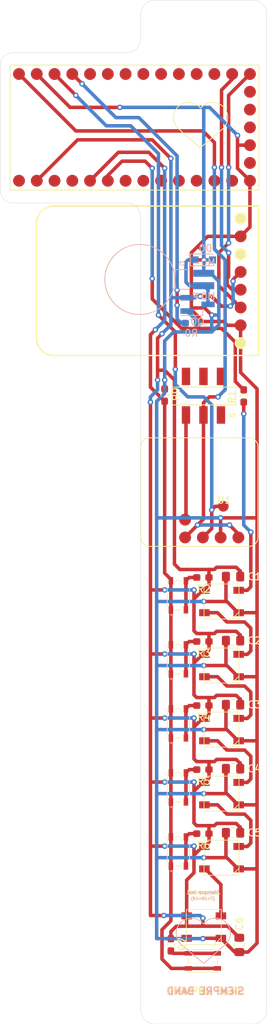
<source format=kicad_pcb>
(kicad_pcb (version 20171130) (host pcbnew "(5.1.0)-1")

  (general
    (thickness 1.6)
    (drawings 71)
    (tracks 603)
    (zones 0)
    (modules 36)
    (nets 24)
  )

  (page A4)
  (layers
    (0 F.Cu signal)
    (31 B.Cu signal)
    (32 B.Adhes user)
    (33 F.Adhes user)
    (34 B.Paste user)
    (35 F.Paste user)
    (36 B.SilkS user)
    (37 F.SilkS user)
    (38 B.Mask user)
    (39 F.Mask user)
    (40 Dwgs.User user)
    (41 Cmts.User user)
    (42 Eco1.User user)
    (43 Eco2.User user)
    (44 Edge.Cuts user)
    (45 Margin user)
    (46 B.CrtYd user)
    (47 F.CrtYd user)
    (48 B.Fab user)
    (49 F.Fab user)
  )

  (setup
    (last_trace_width 0.5)
    (trace_clearance 0.2)
    (zone_clearance 0.508)
    (zone_45_only no)
    (trace_min 0.2)
    (via_size 0.8)
    (via_drill 0.4)
    (via_min_size 0.4)
    (via_min_drill 0.3)
    (uvia_size 0.3)
    (uvia_drill 0.1)
    (uvias_allowed no)
    (uvia_min_size 0.2)
    (uvia_min_drill 0.1)
    (edge_width 0.05)
    (segment_width 0.2)
    (pcb_text_width 0.3)
    (pcb_text_size 1.5 1.5)
    (mod_edge_width 0.12)
    (mod_text_size 1 1)
    (mod_text_width 0.15)
    (pad_size 1.7 1.7)
    (pad_drill 0)
    (pad_to_mask_clearance 0.051)
    (solder_mask_min_width 0.25)
    (aux_axis_origin 0 0)
    (visible_elements 7FFFFFFF)
    (pcbplotparams
      (layerselection 0x011fc_ffffffff)
      (usegerberextensions false)
      (usegerberattributes false)
      (usegerberadvancedattributes false)
      (creategerberjobfile false)
      (excludeedgelayer true)
      (linewidth 0.100000)
      (plotframeref false)
      (viasonmask false)
      (mode 1)
      (useauxorigin false)
      (hpglpennumber 1)
      (hpglpenspeed 20)
      (hpglpendiameter 15.000000)
      (psnegative false)
      (psa4output false)
      (plotreference true)
      (plotvalue true)
      (plotinvisibletext false)
      (padsonsilk false)
      (subtractmaskfromsilk false)
      (outputformat 1)
      (mirror false)
      (drillshape 0)
      (scaleselection 1)
      (outputdirectory "./"))
  )

  (net 0 "")
  (net 1 GND)
  (net 2 +3V3)
  (net 3 M0+)
  (net 4 "Net-(D1-Pad4)")
  (net 5 "Net-(D1-Pad2)")
  (net 6 "Net-(D2-Pad2)")
  (net 7 "Net-(D3-Pad2)")
  (net 8 "Net-(D4-Pad2)")
  (net 9 "Net-(D5-Pad2)")
  (net 10 "Net-(D6-Pad2)")
  (net 11 "Net-(Q0-Pad1)")
  (net 12 PWM0)
  (net 13 "Net-(R2-Pad1)")
  (net 14 "Net-(R3-Pad1)")
  (net 15 "Net-(R4-Pad1)")
  (net 16 "Net-(R5-Pad1)")
  (net 17 "Net-(R6-Pad1)")
  (net 18 "Net-(R7-Pad1)")
  (net 19 A0)
  (net 20 VBAT-IN)
  (net 21 VBAT)
  (net 22 A1)
  (net 23 +BATT)

  (net_class Default "This is the default net class."
    (clearance 0.2)
    (trace_width 0.5)
    (via_dia 0.8)
    (via_drill 0.4)
    (uvia_dia 0.3)
    (uvia_drill 0.1)
    (add_net +3V3)
    (add_net +BATT)
    (add_net A0)
    (add_net A1)
    (add_net GND)
    (add_net M0+)
    (add_net "Net-(D1-Pad2)")
    (add_net "Net-(D1-Pad4)")
    (add_net "Net-(D2-Pad2)")
    (add_net "Net-(D3-Pad2)")
    (add_net "Net-(D4-Pad2)")
    (add_net "Net-(D5-Pad2)")
    (add_net "Net-(D6-Pad2)")
    (add_net "Net-(Q0-Pad1)")
    (add_net "Net-(R2-Pad1)")
    (add_net "Net-(R3-Pad1)")
    (add_net "Net-(R4-Pad1)")
    (add_net "Net-(R5-Pad1)")
    (add_net "Net-(R6-Pad1)")
    (add_net "Net-(R7-Pad1)")
    (add_net PWM0)
    (add_net VBAT)
    (add_net VBAT-IN)
  )

  (module "Watch V3:Bluefruit-LE-UART-Friend" (layer F.Cu) (tedit 5D3F6C9F) (tstamp 5D3E63AF)
    (at 127 71.882 180)
    (descr "Through hole straight pin header, 1x05, 2.54mm pitch, single row")
    (tags "Through hole pin header THT 1x05 2.54mm single row")
    (fp_text reference " " (at -6.858 5.334 180) (layer F.SilkS) hide
      (effects (font (size 1 1) (thickness 0.15)))
    )
    (fp_text value Bluefruit-LE-UART-Friend (at -18.7325 3.429 180) (layer F.Fab)
      (effects (font (size 1 1) (thickness 0.15)))
    )
    (fp_text user %R (at -3.048 6.35 270) (layer F.Fab)
      (effects (font (size 1 1) (thickness 0.15)))
    )
    (fp_line (start -34.2426 22.674999) (end -34.2426 1.338999) (layer F.SilkS) (width 0.2))
    (fp_arc (start -5.0326 20.134999) (end -5.0326 22.674999) (angle -90) (layer F.SilkS) (width 0.2))
    (fp_line (start -34.2426 1.338999) (end -5.0326 1.338999) (layer F.SilkS) (width 0.2))
    (fp_arc (start -5.0326 3.878999) (end -2.4926 3.878999) (angle -90) (layer F.SilkS) (width 0.2))
    (fp_line (start -5.0326 22.674999) (end -34.2426 22.674999) (layer F.SilkS) (width 0.2))
    (fp_line (start -34.2426 1.588999) (end -34.2426 1.588999) (layer Dwgs.User) (width 0.2))
    (fp_line (start -33.9926 1.338999) (end -33.9926 1.338999) (layer Dwgs.User) (width 0.2))
    (fp_line (start -2.4926 3.8735) (end -2.4926 20.134999) (layer F.SilkS) (width 0.2))
    (pad GND smd oval (at -31.6865 18.3515 180) (size 1.7 1.7) (layers F.Cu F.Paste F.Mask)
      (net 1 GND))
    (pad RTS smd oval (at -31.6865 15.8115 180) (size 1.7 1.7) (layers F.SilkS))
    (pad VIN smd oval (at -31.6865 13.2715 180) (size 1.7 1.7) (layers F.Cu F.Paste F.Mask)
      (net 2 +3V3))
    (pad "" smd oval (at -31.6865 3.1115 180) (size 1.7 1.7) (layers F.SilkS))
    (pad CTS smd oval (at -31.6865 5.6515 180) (size 1.7 1.7) (layers F.Cu F.Paste F.Mask)
      (net 1 GND))
    (pad TX smd oval (at -31.6865 8.1915 180) (size 1.7 1.7) (layers F.Cu F.Paste F.Mask))
    (pad RX smd oval (at -31.6865 10.7315 180) (size 1.7 1.7) (layers F.Cu F.Paste F.Mask))
    (pad DFU smd oval (at -31.6865 20.8915 180) (size 1.7 1.7) (layers F.SilkS))
  )

  (module "Custom Parts:ItsyBitsy" (layer F.Cu) (tedit 5D39719C) (tstamp 5D38511B)
    (at 160.02 27.813)
    (descr "Through hole straight pin header, 1x05, 2.54mm pitch, single row")
    (tags "Through hole pin header THT 1x05 2.54mm single row")
    (fp_text reference " " (at -6.858 5.334) (layer F.SilkS) hide
      (effects (font (size 1 1) (thickness 0.15)))
    )
    (fp_text value ItsyBitsy (at -4.826 14.986) (layer F.Fab)
      (effects (font (size 1 1) (thickness 0.15)))
    )
    (fp_line (start -34.29 19.1135) (end -34.29 1.27) (layer F.SilkS) (width 0.12))
    (fp_line (start 1.27 19.1135) (end -34.29 19.1135) (layer F.SilkS) (width 0.12))
    (fp_line (start 1.27 1.27) (end 1.27 19.1135) (layer F.SilkS) (width 0.12))
    (fp_line (start -34.29 1.27) (end 1.27 1.27) (layer F.SilkS) (width 0.12))
    (fp_text user %R (at -3.048 6.35 90) (layer F.Fab)
      (effects (font (size 1 1) (thickness 0.15)))
    )
    (pad A4 smd oval (at -12.7 17.78) (size 1.7 1.7) (layers F.Cu F.Paste F.Mask))
    (pad A5 smd oval (at -10.16 17.78) (size 1.7 1.7) (layers F.Cu F.Paste F.Mask))
    (pad A3 smd oval (at -15.24 17.78) (size 1.7 1.7) (layers F.Cu F.Paste F.Mask))
    (pad MOSI smd oval (at -5.08 17.78) (size 1.7 1.7) (layers F.Cu F.Paste F.Mask))
    (pad RST smd oval (at -33.02 17.78) (size 1.7 1.7) (layers F.Cu F.Paste F.Mask))
    (pad 3V smd oval (at -30.48 17.78) (size 1.7 1.7) (layers F.Cu F.Paste F.Mask)
      (net 2 +3V3))
    (pad VBAT smd oval (at -33.02 2.54) (size 1.7 1.7) (layers F.Cu F.Paste F.Mask)
      (net 21 VBAT))
    (pad G smd oval (at -30.48 2.54) (size 1.7 1.7) (layers F.Cu F.Paste F.Mask)
      (net 1 GND))
    (pad USB smd oval (at -27.94 2.54) (size 1.7 1.7) (layers F.Cu F.Paste F.Mask)
      (net 23 +BATT))
    (pad 13 smd oval (at -25.4 2.54) (size 1.7 1.7) (layers F.Cu F.Paste F.Mask)
      (net 12 PWM0))
    (pad 12 smd oval (at -22.86 2.54) (size 1.7 1.7) (layers F.Cu F.Paste F.Mask))
    (pad 11 smd oval (at -20.32 2.54) (size 1.7 1.7) (layers F.Cu F.Paste F.Mask))
    (pad AREF smd oval (at -27.94 17.78) (size 1.7 1.7) (layers F.Cu F.Paste F.Mask))
    (pad VHI smd oval (at -25.4 17.78) (size 1.7 1.7) (layers F.Cu F.Paste F.Mask))
    (pad A0 smd oval (at -22.86 17.78) (size 1.7 1.7) (layers F.Cu F.Paste F.Mask)
      (net 19 A0))
    (pad A1 smd oval (at -20.32 17.78) (size 1.7 1.7) (layers F.Cu F.Paste F.Mask)
      (net 22 A1))
    (pad A2 smd oval (at -17.78 17.78) (size 1.7 1.7) (layers F.Cu F.Paste F.Mask))
    (pad SCK smd oval (at -7.62 17.78) (size 1.7 1.7) (layers F.Cu F.Paste F.Mask))
    (pad MISO smd oval (at -2.54 17.78) (size 1.7 1.7) (layers F.Cu F.Paste F.Mask))
    (pad G smd oval (at 0 17.78) (size 1.7 1.7) (layers F.Cu F.Paste F.Mask)
      (net 1 GND))
    (pad En smd oval (at 0 15.24) (size 1.7 1.7) (layers F.Cu F.Paste F.Mask))
    (pad G smd oval (at 0 12.7) (size 1.7 1.7) (layers F.Cu F.Paste F.Mask)
      (net 1 GND))
    (pad 10 smd oval (at -17.78 2.54) (size 1.7 1.7) (layers F.Cu F.Paste F.Mask))
    (pad 9 smd oval (at -15.24 2.54) (size 1.7 1.7) (layers F.Cu F.Paste F.Mask))
    (pad 7 smd oval (at -12.7 2.54) (size 1.7 1.7) (layers F.Cu F.Paste F.Mask))
    (pad 5! smd oval (at -10.16 2.54) (size 1.7 1.7) (layers F.Cu F.Paste F.Mask))
    (pad 3 smd oval (at -7.62 2.54) (size 1.7 1.7) (layers F.Cu F.Paste F.Mask))
    (pad 2 smd oval (at -5.08 2.54) (size 1.7 1.7) (layers F.Cu F.Paste F.Mask))
    (pad 1 smd oval (at -2.54 2.54) (size 1.7 1.7) (layers F.Cu F.Paste F.Mask))
    (pad 0 smd oval (at 0 2.54) (size 1.7 1.7) (layers F.Cu F.Paste F.Mask))
    (pad 4 smd oval (at 0 5.08) (size 1.7 1.7) (layers F.Cu F.Paste F.Mask))
    (pad 6 smd oval (at 0 7.62) (size 1.7 1.7) (layers F.Cu F.Paste F.Mask))
    (pad 8 smd oval (at 0 10.16) (size 1.7 1.7) (layers F.Cu F.Paste F.Mask))
  )

  (module TestPoint:TestPoint_Pad_1.0x1.0mm (layer B.Cu) (tedit 5D397751) (tstamp 5D38A42E)
    (at 153.416 60.579 180)
    (descr "SMD rectangular pad as test Point, square 1.0mm side length")
    (tags "test point SMD pad rectangle square")
    (attr virtual)
    (fp_text reference M0+ (at 0 -1.524 180) (layer B.SilkS)
      (effects (font (size 1 1) (thickness 0.15)) (justify mirror))
    )
    (fp_text value M0+ (at 0 -1.55 180) (layer B.Fab)
      (effects (font (size 1 1) (thickness 0.15)) (justify mirror))
    )
    (fp_text user %R (at 0 -1.524 180) (layer B.Fab)
      (effects (font (size 1 1) (thickness 0.15)) (justify mirror))
    )
    (pad 1 smd rect (at 0 0 180) (size 3 1) (layers B.Cu B.Mask)
      (net 3 M0+))
  )

  (module TestPoint:TestPoint_Pad_1.0x1.0mm (layer B.Cu) (tedit 5D397833) (tstamp 5D38A3FD)
    (at 153.416 58.801)
    (descr "SMD rectangular pad as test Point, square 1.0mm side length")
    (tags "test point SMD pad rectangle square")
    (attr virtual)
    (fp_text reference M0- (at 0 -1.524) (layer B.SilkS)
      (effects (font (size 1 1) (thickness 0.15)) (justify mirror))
    )
    (fp_text value M0- (at 0 -1.55) (layer B.Fab)
      (effects (font (size 1 1) (thickness 0.15)) (justify mirror))
    )
    (fp_text user %R (at 0 -1.524) (layer B.Fab)
      (effects (font (size 1 1) (thickness 0.15)) (justify mirror))
    )
    (pad 2 smd rect (at 0 0) (size 3 1) (layers B.Cu B.Mask)
      (net 1 GND))
  )

  (module "Watch V4:One Pin" (layer F.Cu) (tedit 5D3971F0) (tstamp 5D39ACB2)
    (at 156.337 90.678)
    (path /5D399C6C)
    (fp_text reference U1 (at 0 0.5) (layer F.SilkS)
      (effects (font (size 1 1) (thickness 0.15)))
    )
    (fp_text value OnePin (at 0 -0.5) (layer F.Fab)
      (effects (font (size 1 1) (thickness 0.15)))
    )
    (pad 1 smd circle (at -0.127 1.397) (size 1.524 1.524) (layers F.Cu F.Paste F.Mask)
      (net 23 +BATT))
  )

  (module LED_SMD:LED_WS2812B_PLCC4_5.0x5.0mm_P3.2mm (layer F.Cu) (tedit 5D259ED7) (tstamp 5D399A92)
    (at 155.956 105.664)
    (descr https://cdn-shop.adafruit.com/datasheets/WS2812B.pdf)
    (tags "LED RGB NeoPixel")
    (path /5D099775)
    (attr smd)
    (fp_text reference D1 (at 0 -1.27) (layer F.SilkS) hide
      (effects (font (size 1 1) (thickness 0.15)))
    )
    (fp_text value WS2812B (at 0 4) (layer F.Fab) hide
      (effects (font (size 1 1) (thickness 0.15)))
    )
    (fp_circle (center 0 0) (end 0 -2) (layer F.Fab) (width 0.1))
    (fp_line (start 2.5 -2.5) (end -2.5 -2.5) (layer F.SilkS) (width 0.1))
    (fp_line (start 2.5 2.5) (end 2.5 -2.5) (layer F.SilkS) (width 0.1))
    (fp_line (start -2.5 2.5) (end 2.5 2.5) (layer F.SilkS) (width 0.1))
    (fp_line (start -2.5 -2.5) (end -2.5 2.5) (layer F.SilkS) (width 0.1))
    (fp_line (start 2.5 1.5) (end 1.5 2.5) (layer F.SilkS) (width 0.1))
    (fp_line (start -3.45 -2.75) (end -3.45 2.75) (layer F.CrtYd) (width 0.05))
    (fp_line (start -3.45 2.75) (end 3.45 2.75) (layer F.CrtYd) (width 0.05))
    (fp_line (start 3.45 2.75) (end 3.45 -2.75) (layer F.CrtYd) (width 0.05))
    (fp_line (start 3.45 -2.75) (end -3.45 -2.75) (layer F.CrtYd) (width 0.05))
    (fp_text user %R (at 0 0) (layer F.Fab)
      (effects (font (size 0.8 0.8) (thickness 0.15)))
    )
    (fp_text user 1 (at -0.889 1.651) (layer F.SilkS) hide
      (effects (font (size 1 1) (thickness 0.15)))
    )
    (pad 1 smd rect (at -2.45 -1.6) (size 1.5 1) (layers F.Cu F.Paste F.Mask)
      (net 2 +3V3))
    (pad 2 smd rect (at -2.45 1.6) (size 1.5 1) (layers F.Cu F.Paste F.Mask)
      (net 5 "Net-(D1-Pad2)"))
    (pad 4 smd rect (at 2.45 -1.6) (size 1.5 1) (layers F.Cu F.Paste F.Mask)
      (net 4 "Net-(D1-Pad4)"))
    (pad 3 smd rect (at 2.45 1.6) (size 1.5 1) (layers F.Cu F.Paste F.Mask)
      (net 1 GND))
    (model ${KISYS3DMOD}/LED_SMD.3dshapes/LED_WS2812B_PLCC4_5.0x5.0mm_P3.2mm.wrl
      (at (xyz 0 0 0))
      (scale (xyz 1 1 1))
      (rotate (xyz 0 0 0))
    )
  )

  (module SamacSys_Parts:SKRPADE010 (layer F.Cu) (tedit 5D0C1F88) (tstamp 5D399A7A)
    (at 149.793 104.902 90)
    (descr SKRPADE010)
    (tags Switch)
    (path /5CFF2756)
    (attr smd)
    (fp_text reference SW1 (at 0 0 90) (layer F.SilkS) hide
      (effects (font (size 1.27 1.27) (thickness 0.254)))
    )
    (fp_text value SW_Push (at 0 0 90) (layer F.SilkS) hide
      (effects (font (size 1.27 1.27) (thickness 0.254)))
    )
    (fp_text user %R (at 0 0 90) (layer F.Fab)
      (effects (font (size 1.27 1.27) (thickness 0.254)))
    )
    (fp_line (start -1.975 -1.6) (end 2.225 -1.6) (layer F.Fab) (width 0.2))
    (fp_line (start 2.225 -1.6) (end 2.225 1.6) (layer F.Fab) (width 0.2))
    (fp_line (start 2.225 1.6) (end -1.975 1.6) (layer F.Fab) (width 0.2))
    (fp_line (start -1.975 1.6) (end -1.975 -1.6) (layer F.Fab) (width 0.2))
    (fp_line (start -3.725 -2.6) (end 3.725 -2.6) (layer F.CrtYd) (width 0.1))
    (fp_line (start 3.725 -2.6) (end 3.725 2.6) (layer F.CrtYd) (width 0.1))
    (fp_line (start 3.725 2.6) (end -3.725 2.6) (layer F.CrtYd) (width 0.1))
    (fp_line (start -3.725 2.6) (end -3.725 -2.6) (layer F.CrtYd) (width 0.1))
    (fp_line (start -1.975 -1.6) (end 2.225 -1.6) (layer F.SilkS) (width 0.1))
    (fp_line (start -1.975 1.6) (end 2.225 1.6) (layer F.SilkS) (width 0.1))
    (fp_line (start -1.975 -0.5) (end -1.975 0.5) (layer F.SilkS) (width 0.1))
    (fp_line (start 2.225 -0.5) (end 2.225 0.5) (layer F.SilkS) (width 0.1))
    (fp_line (start -2.675 -1.1) (end -2.675 -1.1) (layer F.SilkS) (width 0.1))
    (fp_line (start -2.675 -1) (end -2.675 -1) (layer F.SilkS) (width 0.1))
    (fp_arc (start -2.675 -1.05) (end -2.675 -1.1) (angle 180) (layer F.SilkS) (width 0.1))
    (fp_arc (start -2.675 -1.05) (end -2.675 -1) (angle 180) (layer F.SilkS) (width 0.1))
    (pad 1 smd rect (at -1.95 -1.075 180) (size 0.65 1.05) (layers F.Cu F.Paste F.Mask)
      (net 19 A0))
    (pad 1 smd rect (at 2.2 -1.075 180) (size 0.65 1.05) (layers F.Cu F.Paste F.Mask)
      (net 19 A0))
    (pad 2 smd rect (at -1.95 1.075 180) (size 0.65 1.05) (layers F.Cu F.Paste F.Mask)
      (net 13 "Net-(R2-Pad1)"))
    (pad 2 smd rect (at 2.2 1.075 180) (size 0.65 1.05) (layers F.Cu F.Paste F.Mask)
      (net 13 "Net-(R2-Pad1)"))
    (model "D:\\Dropbox (Personal)\\infra\\electrical\\mouser-kicad\\SamacSys_Parts.3dshapes\\SKRPADE010.stp"
      (at (xyz 0 0 0))
      (scale (xyz 1 1 1))
      (rotate (xyz 0 0 0))
    )
  )

  (module Resistor_SMD:R_0603_1608Metric_Pad1.05x0.95mm_HandSolder (layer F.Cu) (tedit 5B301BBD) (tstamp 5D399A6A)
    (at 153.289 102.235)
    (descr "Resistor SMD 0603 (1608 Metric), square (rectangular) end terminal, IPC_7351 nominal with elongated pad for handsoldering. (Body size source: http://www.tortai-tech.com/upload/download/2011102023233369053.pdf), generated with kicad-footprint-generator")
    (tags "resistor handsolder")
    (path /5CFF8834)
    (attr smd)
    (fp_text reference R2 (at 0.127 1.651) (layer F.SilkS)
      (effects (font (size 1 1) (thickness 0.15)))
    )
    (fp_text value ? (at 0 1.43) (layer F.Fab)
      (effects (font (size 1 1) (thickness 0.15)))
    )
    (fp_text user %R (at 0 0) (layer F.Fab)
      (effects (font (size 0.4 0.4) (thickness 0.06)))
    )
    (fp_line (start 1.65 0.73) (end -1.65 0.73) (layer F.CrtYd) (width 0.05))
    (fp_line (start 1.65 -0.73) (end 1.65 0.73) (layer F.CrtYd) (width 0.05))
    (fp_line (start -1.65 -0.73) (end 1.65 -0.73) (layer F.CrtYd) (width 0.05))
    (fp_line (start -1.65 0.73) (end -1.65 -0.73) (layer F.CrtYd) (width 0.05))
    (fp_line (start -0.171267 0.51) (end 0.171267 0.51) (layer F.SilkS) (width 0.12))
    (fp_line (start -0.171267 -0.51) (end 0.171267 -0.51) (layer F.SilkS) (width 0.12))
    (fp_line (start 0.8 0.4) (end -0.8 0.4) (layer F.Fab) (width 0.1))
    (fp_line (start 0.8 -0.4) (end 0.8 0.4) (layer F.Fab) (width 0.1))
    (fp_line (start -0.8 -0.4) (end 0.8 -0.4) (layer F.Fab) (width 0.1))
    (fp_line (start -0.8 0.4) (end -0.8 -0.4) (layer F.Fab) (width 0.1))
    (pad 2 smd roundrect (at 0.875 0) (size 1.05 0.95) (layers F.Cu F.Paste F.Mask) (roundrect_rratio 0.25)
      (net 2 +3V3))
    (pad 1 smd roundrect (at -0.875 0) (size 1.05 0.95) (layers F.Cu F.Paste F.Mask) (roundrect_rratio 0.25)
      (net 13 "Net-(R2-Pad1)"))
    (model ${KISYS3DMOD}/Resistor_SMD.3dshapes/R_0603_1608Metric.wrl
      (at (xyz 0 0 0))
      (scale (xyz 1 1 1))
      (rotate (xyz 0 0 0))
    )
  )

  (module Capacitor_SMD:C_0805_2012Metric_Pad1.15x1.40mm_HandSolder (layer F.Cu) (tedit 5B36C52B) (tstamp 5D399A5A)
    (at 157.607 102.108 180)
    (descr "Capacitor SMD 0805 (2012 Metric), square (rectangular) end terminal, IPC_7351 nominal with elongated pad for handsoldering. (Body size source: https://docs.google.com/spreadsheets/d/1BsfQQcO9C6DZCsRaXUlFlo91Tg2WpOkGARC1WS5S8t0/edit?usp=sharing), generated with kicad-footprint-generator")
    (tags "capacitor handsolder")
    (path /5D0C2E4A)
    (attr smd)
    (fp_text reference C1 (at -3.048 0 180) (layer F.SilkS)
      (effects (font (size 1 1) (thickness 0.15)))
    )
    (fp_text value "1 uF" (at 0 1.65 180) (layer F.Fab)
      (effects (font (size 1 1) (thickness 0.15)))
    )
    (fp_line (start -1 0.6) (end -1 -0.6) (layer F.Fab) (width 0.1))
    (fp_line (start -1 -0.6) (end 1 -0.6) (layer F.Fab) (width 0.1))
    (fp_line (start 1 -0.6) (end 1 0.6) (layer F.Fab) (width 0.1))
    (fp_line (start 1 0.6) (end -1 0.6) (layer F.Fab) (width 0.1))
    (fp_line (start -0.261252 -0.71) (end 0.261252 -0.71) (layer F.SilkS) (width 0.12))
    (fp_line (start -0.261252 0.71) (end 0.261252 0.71) (layer F.SilkS) (width 0.12))
    (fp_line (start -1.85 0.95) (end -1.85 -0.95) (layer F.CrtYd) (width 0.05))
    (fp_line (start -1.85 -0.95) (end 1.85 -0.95) (layer F.CrtYd) (width 0.05))
    (fp_line (start 1.85 -0.95) (end 1.85 0.95) (layer F.CrtYd) (width 0.05))
    (fp_line (start 1.85 0.95) (end -1.85 0.95) (layer F.CrtYd) (width 0.05))
    (fp_text user %R (at 0 0 180) (layer F.Fab)
      (effects (font (size 0.5 0.5) (thickness 0.08)))
    )
    (pad 1 smd roundrect (at -1.025 0 180) (size 1.15 1.4) (layers F.Cu F.Paste F.Mask) (roundrect_rratio 0.217391)
      (net 2 +3V3))
    (pad 2 smd roundrect (at 1.025 0 180) (size 1.15 1.4) (layers F.Cu F.Paste F.Mask) (roundrect_rratio 0.217391)
      (net 1 GND))
    (model ${KISYS3DMOD}/Capacitor_SMD.3dshapes/C_0805_2012Metric.wrl
      (at (xyz 0 0 0))
      (scale (xyz 1 1 1))
      (rotate (xyz 0 0 0))
    )
  )

  (module LED_SMD:LED_WS2812B_PLCC4_5.0x5.0mm_P3.2mm (layer F.Cu) (tedit 5D259ED7) (tstamp 5D399A92)
    (at 155.956 114.808)
    (descr https://cdn-shop.adafruit.com/datasheets/WS2812B.pdf)
    (tags "LED RGB NeoPixel")
    (path /5D0989AA)
    (attr smd)
    (fp_text reference D2 (at 0 -1.27) (layer F.SilkS) hide
      (effects (font (size 1 1) (thickness 0.15)))
    )
    (fp_text value WS2812B (at 0 4) (layer F.Fab) hide
      (effects (font (size 1 1) (thickness 0.15)))
    )
    (fp_circle (center 0 0) (end 0 -2) (layer F.Fab) (width 0.1))
    (fp_line (start 2.5 -2.5) (end -2.5 -2.5) (layer F.SilkS) (width 0.1))
    (fp_line (start 2.5 2.5) (end 2.5 -2.5) (layer F.SilkS) (width 0.1))
    (fp_line (start -2.5 2.5) (end 2.5 2.5) (layer F.SilkS) (width 0.1))
    (fp_line (start -2.5 -2.5) (end -2.5 2.5) (layer F.SilkS) (width 0.1))
    (fp_line (start 2.5 1.5) (end 1.5 2.5) (layer F.SilkS) (width 0.1))
    (fp_line (start -3.45 -2.75) (end -3.45 2.75) (layer F.CrtYd) (width 0.05))
    (fp_line (start -3.45 2.75) (end 3.45 2.75) (layer F.CrtYd) (width 0.05))
    (fp_line (start 3.45 2.75) (end 3.45 -2.75) (layer F.CrtYd) (width 0.05))
    (fp_line (start 3.45 -2.75) (end -3.45 -2.75) (layer F.CrtYd) (width 0.05))
    (fp_text user %R (at 0 0) (layer F.Fab)
      (effects (font (size 0.8 0.8) (thickness 0.15)))
    )
    (fp_text user 1 (at -0.889 1.651) (layer F.SilkS) hide
      (effects (font (size 1 1) (thickness 0.15)))
    )
    (pad 1 smd rect (at -2.45 -1.6) (size 1.5 1) (layers F.Cu F.Paste F.Mask)
      (net 2 +3V3))
    (pad 2 smd rect (at -2.45 1.6) (size 1.5 1) (layers F.Cu F.Paste F.Mask)
      (net 6 "Net-(D2-Pad2)"))
    (pad 4 smd rect (at 2.45 -1.6) (size 1.5 1) (layers F.Cu F.Paste F.Mask)
      (net 5 "Net-(D1-Pad2)"))
    (pad 3 smd rect (at 2.45 1.6) (size 1.5 1) (layers F.Cu F.Paste F.Mask)
      (net 1 GND))
    (model ${KISYS3DMOD}/LED_SMD.3dshapes/LED_WS2812B_PLCC4_5.0x5.0mm_P3.2mm.wrl
      (at (xyz 0 0 0))
      (scale (xyz 1 1 1))
      (rotate (xyz 0 0 0))
    )
  )

  (module SamacSys_Parts:SKRPADE010 (layer F.Cu) (tedit 5D0C1F88) (tstamp 5D399A7A)
    (at 149.793 114.046 90)
    (descr SKRPADE010)
    (tags Switch)
    (path /5CFF0B3E)
    (attr smd)
    (fp_text reference SW2 (at 0 0 90) (layer F.SilkS) hide
      (effects (font (size 1.27 1.27) (thickness 0.254)))
    )
    (fp_text value SW_Push (at 0 0 90) (layer F.SilkS) hide
      (effects (font (size 1.27 1.27) (thickness 0.254)))
    )
    (fp_text user %R (at 0 0 90) (layer F.Fab)
      (effects (font (size 1.27 1.27) (thickness 0.254)))
    )
    (fp_line (start -1.975 -1.6) (end 2.225 -1.6) (layer F.Fab) (width 0.2))
    (fp_line (start 2.225 -1.6) (end 2.225 1.6) (layer F.Fab) (width 0.2))
    (fp_line (start 2.225 1.6) (end -1.975 1.6) (layer F.Fab) (width 0.2))
    (fp_line (start -1.975 1.6) (end -1.975 -1.6) (layer F.Fab) (width 0.2))
    (fp_line (start -3.725 -2.6) (end 3.725 -2.6) (layer F.CrtYd) (width 0.1))
    (fp_line (start 3.725 -2.6) (end 3.725 2.6) (layer F.CrtYd) (width 0.1))
    (fp_line (start 3.725 2.6) (end -3.725 2.6) (layer F.CrtYd) (width 0.1))
    (fp_line (start -3.725 2.6) (end -3.725 -2.6) (layer F.CrtYd) (width 0.1))
    (fp_line (start -1.975 -1.6) (end 2.225 -1.6) (layer F.SilkS) (width 0.1))
    (fp_line (start -1.975 1.6) (end 2.225 1.6) (layer F.SilkS) (width 0.1))
    (fp_line (start -1.975 -0.5) (end -1.975 0.5) (layer F.SilkS) (width 0.1))
    (fp_line (start 2.225 -0.5) (end 2.225 0.5) (layer F.SilkS) (width 0.1))
    (fp_line (start -2.675 -1.1) (end -2.675 -1.1) (layer F.SilkS) (width 0.1))
    (fp_line (start -2.675 -1) (end -2.675 -1) (layer F.SilkS) (width 0.1))
    (fp_arc (start -2.675 -1.05) (end -2.675 -1.1) (angle 180) (layer F.SilkS) (width 0.1))
    (fp_arc (start -2.675 -1.05) (end -2.675 -1) (angle 180) (layer F.SilkS) (width 0.1))
    (pad 1 smd rect (at -1.95 -1.075 180) (size 0.65 1.05) (layers F.Cu F.Paste F.Mask)
      (net 19 A0))
    (pad 1 smd rect (at 2.2 -1.075 180) (size 0.65 1.05) (layers F.Cu F.Paste F.Mask)
      (net 19 A0))
    (pad 2 smd rect (at -1.95 1.075 180) (size 0.65 1.05) (layers F.Cu F.Paste F.Mask)
      (net 14 "Net-(R3-Pad1)"))
    (pad 2 smd rect (at 2.2 1.075 180) (size 0.65 1.05) (layers F.Cu F.Paste F.Mask)
      (net 14 "Net-(R3-Pad1)"))
    (model "D:\\Dropbox (Personal)\\infra\\electrical\\mouser-kicad\\SamacSys_Parts.3dshapes\\SKRPADE010.stp"
      (at (xyz 0 0 0))
      (scale (xyz 1 1 1))
      (rotate (xyz 0 0 0))
    )
  )

  (module Resistor_SMD:R_0603_1608Metric_Pad1.05x0.95mm_HandSolder (layer F.Cu) (tedit 5B301BBD) (tstamp 5D399A6A)
    (at 153.289 111.379)
    (descr "Resistor SMD 0603 (1608 Metric), square (rectangular) end terminal, IPC_7351 nominal with elongated pad for handsoldering. (Body size source: http://www.tortai-tech.com/upload/download/2011102023233369053.pdf), generated with kicad-footprint-generator")
    (tags "resistor handsolder")
    (path /5CFF80B0)
    (attr smd)
    (fp_text reference R3 (at 0.127 1.651) (layer F.SilkS)
      (effects (font (size 1 1) (thickness 0.15)))
    )
    (fp_text value ? (at 0 1.43) (layer F.Fab)
      (effects (font (size 1 1) (thickness 0.15)))
    )
    (fp_text user %R (at 0 0) (layer F.Fab)
      (effects (font (size 0.4 0.4) (thickness 0.06)))
    )
    (fp_line (start 1.65 0.73) (end -1.65 0.73) (layer F.CrtYd) (width 0.05))
    (fp_line (start 1.65 -0.73) (end 1.65 0.73) (layer F.CrtYd) (width 0.05))
    (fp_line (start -1.65 -0.73) (end 1.65 -0.73) (layer F.CrtYd) (width 0.05))
    (fp_line (start -1.65 0.73) (end -1.65 -0.73) (layer F.CrtYd) (width 0.05))
    (fp_line (start -0.171267 0.51) (end 0.171267 0.51) (layer F.SilkS) (width 0.12))
    (fp_line (start -0.171267 -0.51) (end 0.171267 -0.51) (layer F.SilkS) (width 0.12))
    (fp_line (start 0.8 0.4) (end -0.8 0.4) (layer F.Fab) (width 0.1))
    (fp_line (start 0.8 -0.4) (end 0.8 0.4) (layer F.Fab) (width 0.1))
    (fp_line (start -0.8 -0.4) (end 0.8 -0.4) (layer F.Fab) (width 0.1))
    (fp_line (start -0.8 0.4) (end -0.8 -0.4) (layer F.Fab) (width 0.1))
    (pad 2 smd roundrect (at 0.875 0) (size 1.05 0.95) (layers F.Cu F.Paste F.Mask) (roundrect_rratio 0.25)
      (net 2 +3V3))
    (pad 1 smd roundrect (at -0.875 0) (size 1.05 0.95) (layers F.Cu F.Paste F.Mask) (roundrect_rratio 0.25)
      (net 14 "Net-(R3-Pad1)"))
    (model ${KISYS3DMOD}/Resistor_SMD.3dshapes/R_0603_1608Metric.wrl
      (at (xyz 0 0 0))
      (scale (xyz 1 1 1))
      (rotate (xyz 0 0 0))
    )
  )

  (module Capacitor_SMD:C_0805_2012Metric_Pad1.15x1.40mm_HandSolder (layer F.Cu) (tedit 5B36C52B) (tstamp 5D399A5A)
    (at 157.607 111.252 180)
    (descr "Capacitor SMD 0805 (2012 Metric), square (rectangular) end terminal, IPC_7351 nominal with elongated pad for handsoldering. (Body size source: https://docs.google.com/spreadsheets/d/1BsfQQcO9C6DZCsRaXUlFlo91Tg2WpOkGARC1WS5S8t0/edit?usp=sharing), generated with kicad-footprint-generator")
    (tags "capacitor handsolder")
    (path /5D0C1375)
    (attr smd)
    (fp_text reference C2 (at -3.048 0 180) (layer F.SilkS)
      (effects (font (size 1 1) (thickness 0.15)))
    )
    (fp_text value "1 uF" (at 0 1.65 180) (layer F.Fab)
      (effects (font (size 1 1) (thickness 0.15)))
    )
    (fp_line (start -1 0.6) (end -1 -0.6) (layer F.Fab) (width 0.1))
    (fp_line (start -1 -0.6) (end 1 -0.6) (layer F.Fab) (width 0.1))
    (fp_line (start 1 -0.6) (end 1 0.6) (layer F.Fab) (width 0.1))
    (fp_line (start 1 0.6) (end -1 0.6) (layer F.Fab) (width 0.1))
    (fp_line (start -0.261252 -0.71) (end 0.261252 -0.71) (layer F.SilkS) (width 0.12))
    (fp_line (start -0.261252 0.71) (end 0.261252 0.71) (layer F.SilkS) (width 0.12))
    (fp_line (start -1.85 0.95) (end -1.85 -0.95) (layer F.CrtYd) (width 0.05))
    (fp_line (start -1.85 -0.95) (end 1.85 -0.95) (layer F.CrtYd) (width 0.05))
    (fp_line (start 1.85 -0.95) (end 1.85 0.95) (layer F.CrtYd) (width 0.05))
    (fp_line (start 1.85 0.95) (end -1.85 0.95) (layer F.CrtYd) (width 0.05))
    (fp_text user %R (at 0 0 180) (layer F.Fab)
      (effects (font (size 0.5 0.5) (thickness 0.08)))
    )
    (pad 1 smd roundrect (at -1.025 0 180) (size 1.15 1.4) (layers F.Cu F.Paste F.Mask) (roundrect_rratio 0.217391)
      (net 2 +3V3))
    (pad 2 smd roundrect (at 1.025 0 180) (size 1.15 1.4) (layers F.Cu F.Paste F.Mask) (roundrect_rratio 0.217391)
      (net 1 GND))
    (model ${KISYS3DMOD}/Capacitor_SMD.3dshapes/C_0805_2012Metric.wrl
      (at (xyz 0 0 0))
      (scale (xyz 1 1 1))
      (rotate (xyz 0 0 0))
    )
  )

  (module LED_SMD:LED_WS2812B_PLCC4_5.0x5.0mm_P3.2mm (layer F.Cu) (tedit 5D259ED7) (tstamp 5D399A92)
    (at 155.956 123.952)
    (descr https://cdn-shop.adafruit.com/datasheets/WS2812B.pdf)
    (tags "LED RGB NeoPixel")
    (path /5D09073D)
    (attr smd)
    (fp_text reference D3 (at 0 -1.27) (layer F.SilkS) hide
      (effects (font (size 1 1) (thickness 0.15)))
    )
    (fp_text value WS2812B (at 0 4) (layer F.Fab) hide
      (effects (font (size 1 1) (thickness 0.15)))
    )
    (fp_circle (center 0 0) (end 0 -2) (layer F.Fab) (width 0.1))
    (fp_line (start 2.5 -2.5) (end -2.5 -2.5) (layer F.SilkS) (width 0.1))
    (fp_line (start 2.5 2.5) (end 2.5 -2.5) (layer F.SilkS) (width 0.1))
    (fp_line (start -2.5 2.5) (end 2.5 2.5) (layer F.SilkS) (width 0.1))
    (fp_line (start -2.5 -2.5) (end -2.5 2.5) (layer F.SilkS) (width 0.1))
    (fp_line (start 2.5 1.5) (end 1.5 2.5) (layer F.SilkS) (width 0.1))
    (fp_line (start -3.45 -2.75) (end -3.45 2.75) (layer F.CrtYd) (width 0.05))
    (fp_line (start -3.45 2.75) (end 3.45 2.75) (layer F.CrtYd) (width 0.05))
    (fp_line (start 3.45 2.75) (end 3.45 -2.75) (layer F.CrtYd) (width 0.05))
    (fp_line (start 3.45 -2.75) (end -3.45 -2.75) (layer F.CrtYd) (width 0.05))
    (fp_text user %R (at 0 0) (layer F.Fab)
      (effects (font (size 0.8 0.8) (thickness 0.15)))
    )
    (fp_text user 1 (at -0.889 1.651) (layer F.SilkS) hide
      (effects (font (size 1 1) (thickness 0.15)))
    )
    (pad 1 smd rect (at -2.45 -1.6) (size 1.5 1) (layers F.Cu F.Paste F.Mask)
      (net 2 +3V3))
    (pad 2 smd rect (at -2.45 1.6) (size 1.5 1) (layers F.Cu F.Paste F.Mask)
      (net 7 "Net-(D3-Pad2)"))
    (pad 4 smd rect (at 2.45 -1.6) (size 1.5 1) (layers F.Cu F.Paste F.Mask)
      (net 6 "Net-(D2-Pad2)"))
    (pad 3 smd rect (at 2.45 1.6) (size 1.5 1) (layers F.Cu F.Paste F.Mask)
      (net 1 GND))
    (model ${KISYS3DMOD}/LED_SMD.3dshapes/LED_WS2812B_PLCC4_5.0x5.0mm_P3.2mm.wrl
      (at (xyz 0 0 0))
      (scale (xyz 1 1 1))
      (rotate (xyz 0 0 0))
    )
  )

  (module SamacSys_Parts:SKRPADE010 (layer F.Cu) (tedit 5D0C1F88) (tstamp 5D399A7A)
    (at 149.793 123.19 90)
    (descr SKRPADE010)
    (tags Switch)
    (path /5CFF019C)
    (attr smd)
    (fp_text reference SW3 (at 0 0 90) (layer F.SilkS) hide
      (effects (font (size 1.27 1.27) (thickness 0.254)))
    )
    (fp_text value SW_Push (at 0 0 90) (layer F.SilkS) hide
      (effects (font (size 1.27 1.27) (thickness 0.254)))
    )
    (fp_text user %R (at 0 0 90) (layer F.Fab)
      (effects (font (size 1.27 1.27) (thickness 0.254)))
    )
    (fp_line (start -1.975 -1.6) (end 2.225 -1.6) (layer F.Fab) (width 0.2))
    (fp_line (start 2.225 -1.6) (end 2.225 1.6) (layer F.Fab) (width 0.2))
    (fp_line (start 2.225 1.6) (end -1.975 1.6) (layer F.Fab) (width 0.2))
    (fp_line (start -1.975 1.6) (end -1.975 -1.6) (layer F.Fab) (width 0.2))
    (fp_line (start -3.725 -2.6) (end 3.725 -2.6) (layer F.CrtYd) (width 0.1))
    (fp_line (start 3.725 -2.6) (end 3.725 2.6) (layer F.CrtYd) (width 0.1))
    (fp_line (start 3.725 2.6) (end -3.725 2.6) (layer F.CrtYd) (width 0.1))
    (fp_line (start -3.725 2.6) (end -3.725 -2.6) (layer F.CrtYd) (width 0.1))
    (fp_line (start -1.975 -1.6) (end 2.225 -1.6) (layer F.SilkS) (width 0.1))
    (fp_line (start -1.975 1.6) (end 2.225 1.6) (layer F.SilkS) (width 0.1))
    (fp_line (start -1.975 -0.5) (end -1.975 0.5) (layer F.SilkS) (width 0.1))
    (fp_line (start 2.225 -0.5) (end 2.225 0.5) (layer F.SilkS) (width 0.1))
    (fp_line (start -2.675 -1.1) (end -2.675 -1.1) (layer F.SilkS) (width 0.1))
    (fp_line (start -2.675 -1) (end -2.675 -1) (layer F.SilkS) (width 0.1))
    (fp_arc (start -2.675 -1.05) (end -2.675 -1.1) (angle 180) (layer F.SilkS) (width 0.1))
    (fp_arc (start -2.675 -1.05) (end -2.675 -1) (angle 180) (layer F.SilkS) (width 0.1))
    (pad 1 smd rect (at -1.95 -1.075 180) (size 0.65 1.05) (layers F.Cu F.Paste F.Mask)
      (net 19 A0))
    (pad 1 smd rect (at 2.2 -1.075 180) (size 0.65 1.05) (layers F.Cu F.Paste F.Mask)
      (net 19 A0))
    (pad 2 smd rect (at -1.95 1.075 180) (size 0.65 1.05) (layers F.Cu F.Paste F.Mask)
      (net 15 "Net-(R4-Pad1)"))
    (pad 2 smd rect (at 2.2 1.075 180) (size 0.65 1.05) (layers F.Cu F.Paste F.Mask)
      (net 15 "Net-(R4-Pad1)"))
    (model "D:\\Dropbox (Personal)\\infra\\electrical\\mouser-kicad\\SamacSys_Parts.3dshapes\\SKRPADE010.stp"
      (at (xyz 0 0 0))
      (scale (xyz 1 1 1))
      (rotate (xyz 0 0 0))
    )
  )

  (module Resistor_SMD:R_0603_1608Metric_Pad1.05x0.95mm_HandSolder (layer F.Cu) (tedit 5B301BBD) (tstamp 5D399A6A)
    (at 153.289 120.523)
    (descr "Resistor SMD 0603 (1608 Metric), square (rectangular) end terminal, IPC_7351 nominal with elongated pad for handsoldering. (Body size source: http://www.tortai-tech.com/upload/download/2011102023233369053.pdf), generated with kicad-footprint-generator")
    (tags "resistor handsolder")
    (path /5CFF7862)
    (attr smd)
    (fp_text reference R4 (at 0.127 1.651) (layer F.SilkS)
      (effects (font (size 1 1) (thickness 0.15)))
    )
    (fp_text value ? (at 0 1.43) (layer F.Fab)
      (effects (font (size 1 1) (thickness 0.15)))
    )
    (fp_text user %R (at 0 0) (layer F.Fab)
      (effects (font (size 0.4 0.4) (thickness 0.06)))
    )
    (fp_line (start 1.65 0.73) (end -1.65 0.73) (layer F.CrtYd) (width 0.05))
    (fp_line (start 1.65 -0.73) (end 1.65 0.73) (layer F.CrtYd) (width 0.05))
    (fp_line (start -1.65 -0.73) (end 1.65 -0.73) (layer F.CrtYd) (width 0.05))
    (fp_line (start -1.65 0.73) (end -1.65 -0.73) (layer F.CrtYd) (width 0.05))
    (fp_line (start -0.171267 0.51) (end 0.171267 0.51) (layer F.SilkS) (width 0.12))
    (fp_line (start -0.171267 -0.51) (end 0.171267 -0.51) (layer F.SilkS) (width 0.12))
    (fp_line (start 0.8 0.4) (end -0.8 0.4) (layer F.Fab) (width 0.1))
    (fp_line (start 0.8 -0.4) (end 0.8 0.4) (layer F.Fab) (width 0.1))
    (fp_line (start -0.8 -0.4) (end 0.8 -0.4) (layer F.Fab) (width 0.1))
    (fp_line (start -0.8 0.4) (end -0.8 -0.4) (layer F.Fab) (width 0.1))
    (pad 2 smd roundrect (at 0.875 0) (size 1.05 0.95) (layers F.Cu F.Paste F.Mask) (roundrect_rratio 0.25)
      (net 2 +3V3))
    (pad 1 smd roundrect (at -0.875 0) (size 1.05 0.95) (layers F.Cu F.Paste F.Mask) (roundrect_rratio 0.25)
      (net 15 "Net-(R4-Pad1)"))
    (model ${KISYS3DMOD}/Resistor_SMD.3dshapes/R_0603_1608Metric.wrl
      (at (xyz 0 0 0))
      (scale (xyz 1 1 1))
      (rotate (xyz 0 0 0))
    )
  )

  (module Capacitor_SMD:C_0805_2012Metric_Pad1.15x1.40mm_HandSolder (layer F.Cu) (tedit 5B36C52B) (tstamp 5D399A5A)
    (at 157.607 120.396 180)
    (descr "Capacitor SMD 0805 (2012 Metric), square (rectangular) end terminal, IPC_7351 nominal with elongated pad for handsoldering. (Body size source: https://docs.google.com/spreadsheets/d/1BsfQQcO9C6DZCsRaXUlFlo91Tg2WpOkGARC1WS5S8t0/edit?usp=sharing), generated with kicad-footprint-generator")
    (tags "capacitor handsolder")
    (path /5D0C238B)
    (attr smd)
    (fp_text reference C3 (at -3.048 0 180) (layer F.SilkS)
      (effects (font (size 1 1) (thickness 0.15)))
    )
    (fp_text value "1 uF" (at 0 1.65 180) (layer F.Fab)
      (effects (font (size 1 1) (thickness 0.15)))
    )
    (fp_line (start -1 0.6) (end -1 -0.6) (layer F.Fab) (width 0.1))
    (fp_line (start -1 -0.6) (end 1 -0.6) (layer F.Fab) (width 0.1))
    (fp_line (start 1 -0.6) (end 1 0.6) (layer F.Fab) (width 0.1))
    (fp_line (start 1 0.6) (end -1 0.6) (layer F.Fab) (width 0.1))
    (fp_line (start -0.261252 -0.71) (end 0.261252 -0.71) (layer F.SilkS) (width 0.12))
    (fp_line (start -0.261252 0.71) (end 0.261252 0.71) (layer F.SilkS) (width 0.12))
    (fp_line (start -1.85 0.95) (end -1.85 -0.95) (layer F.CrtYd) (width 0.05))
    (fp_line (start -1.85 -0.95) (end 1.85 -0.95) (layer F.CrtYd) (width 0.05))
    (fp_line (start 1.85 -0.95) (end 1.85 0.95) (layer F.CrtYd) (width 0.05))
    (fp_line (start 1.85 0.95) (end -1.85 0.95) (layer F.CrtYd) (width 0.05))
    (fp_text user %R (at 0 0 180) (layer F.Fab)
      (effects (font (size 0.5 0.5) (thickness 0.08)))
    )
    (pad 1 smd roundrect (at -1.025 0 180) (size 1.15 1.4) (layers F.Cu F.Paste F.Mask) (roundrect_rratio 0.217391)
      (net 2 +3V3))
    (pad 2 smd roundrect (at 1.025 0 180) (size 1.15 1.4) (layers F.Cu F.Paste F.Mask) (roundrect_rratio 0.217391)
      (net 1 GND))
    (model ${KISYS3DMOD}/Capacitor_SMD.3dshapes/C_0805_2012Metric.wrl
      (at (xyz 0 0 0))
      (scale (xyz 1 1 1))
      (rotate (xyz 0 0 0))
    )
  )

  (module LED_SMD:LED_WS2812B_PLCC4_5.0x5.0mm_P3.2mm (layer F.Cu) (tedit 5D259ED7) (tstamp 5D399A92)
    (at 155.956 133.096)
    (descr https://cdn-shop.adafruit.com/datasheets/WS2812B.pdf)
    (tags "LED RGB NeoPixel")
    (path /5D29B3FC)
    (attr smd)
    (fp_text reference D4 (at 0 -1.27) (layer F.SilkS) hide
      (effects (font (size 1 1) (thickness 0.15)))
    )
    (fp_text value WS2812B (at 0 4) (layer F.Fab) hide
      (effects (font (size 1 1) (thickness 0.15)))
    )
    (fp_circle (center 0 0) (end 0 -2) (layer F.Fab) (width 0.1))
    (fp_line (start 2.5 -2.5) (end -2.5 -2.5) (layer F.SilkS) (width 0.1))
    (fp_line (start 2.5 2.5) (end 2.5 -2.5) (layer F.SilkS) (width 0.1))
    (fp_line (start -2.5 2.5) (end 2.5 2.5) (layer F.SilkS) (width 0.1))
    (fp_line (start -2.5 -2.5) (end -2.5 2.5) (layer F.SilkS) (width 0.1))
    (fp_line (start 2.5 1.5) (end 1.5 2.5) (layer F.SilkS) (width 0.1))
    (fp_line (start -3.45 -2.75) (end -3.45 2.75) (layer F.CrtYd) (width 0.05))
    (fp_line (start -3.45 2.75) (end 3.45 2.75) (layer F.CrtYd) (width 0.05))
    (fp_line (start 3.45 2.75) (end 3.45 -2.75) (layer F.CrtYd) (width 0.05))
    (fp_line (start 3.45 -2.75) (end -3.45 -2.75) (layer F.CrtYd) (width 0.05))
    (fp_text user %R (at 0 0) (layer F.Fab)
      (effects (font (size 0.8 0.8) (thickness 0.15)))
    )
    (fp_text user 1 (at -0.889 1.651) (layer F.SilkS) hide
      (effects (font (size 1 1) (thickness 0.15)))
    )
    (pad 1 smd rect (at -2.45 -1.6) (size 1.5 1) (layers F.Cu F.Paste F.Mask)
      (net 2 +3V3))
    (pad 2 smd rect (at -2.45 1.6) (size 1.5 1) (layers F.Cu F.Paste F.Mask)
      (net 8 "Net-(D4-Pad2)"))
    (pad 4 smd rect (at 2.45 -1.6) (size 1.5 1) (layers F.Cu F.Paste F.Mask)
      (net 7 "Net-(D3-Pad2)"))
    (pad 3 smd rect (at 2.45 1.6) (size 1.5 1) (layers F.Cu F.Paste F.Mask)
      (net 1 GND))
    (model ${KISYS3DMOD}/LED_SMD.3dshapes/LED_WS2812B_PLCC4_5.0x5.0mm_P3.2mm.wrl
      (at (xyz 0 0 0))
      (scale (xyz 1 1 1))
      (rotate (xyz 0 0 0))
    )
  )

  (module SamacSys_Parts:SKRPADE010 (layer F.Cu) (tedit 5D0C1F88) (tstamp 5D399A7A)
    (at 149.793 132.334 90)
    (descr SKRPADE010)
    (tags Switch)
    (path /5CFEF7A6)
    (attr smd)
    (fp_text reference SW4 (at 0 0 90) (layer F.SilkS) hide
      (effects (font (size 1.27 1.27) (thickness 0.254)))
    )
    (fp_text value SW_Push (at 0 0 90) (layer F.SilkS) hide
      (effects (font (size 1.27 1.27) (thickness 0.254)))
    )
    (fp_text user %R (at 0 0 90) (layer F.Fab)
      (effects (font (size 1.27 1.27) (thickness 0.254)))
    )
    (fp_line (start -1.975 -1.6) (end 2.225 -1.6) (layer F.Fab) (width 0.2))
    (fp_line (start 2.225 -1.6) (end 2.225 1.6) (layer F.Fab) (width 0.2))
    (fp_line (start 2.225 1.6) (end -1.975 1.6) (layer F.Fab) (width 0.2))
    (fp_line (start -1.975 1.6) (end -1.975 -1.6) (layer F.Fab) (width 0.2))
    (fp_line (start -3.725 -2.6) (end 3.725 -2.6) (layer F.CrtYd) (width 0.1))
    (fp_line (start 3.725 -2.6) (end 3.725 2.6) (layer F.CrtYd) (width 0.1))
    (fp_line (start 3.725 2.6) (end -3.725 2.6) (layer F.CrtYd) (width 0.1))
    (fp_line (start -3.725 2.6) (end -3.725 -2.6) (layer F.CrtYd) (width 0.1))
    (fp_line (start -1.975 -1.6) (end 2.225 -1.6) (layer F.SilkS) (width 0.1))
    (fp_line (start -1.975 1.6) (end 2.225 1.6) (layer F.SilkS) (width 0.1))
    (fp_line (start -1.975 -0.5) (end -1.975 0.5) (layer F.SilkS) (width 0.1))
    (fp_line (start 2.225 -0.5) (end 2.225 0.5) (layer F.SilkS) (width 0.1))
    (fp_line (start -2.675 -1.1) (end -2.675 -1.1) (layer F.SilkS) (width 0.1))
    (fp_line (start -2.675 -1) (end -2.675 -1) (layer F.SilkS) (width 0.1))
    (fp_arc (start -2.675 -1.05) (end -2.675 -1.1) (angle 180) (layer F.SilkS) (width 0.1))
    (fp_arc (start -2.675 -1.05) (end -2.675 -1) (angle 180) (layer F.SilkS) (width 0.1))
    (pad 1 smd rect (at -1.95 -1.075 180) (size 0.65 1.05) (layers F.Cu F.Paste F.Mask)
      (net 19 A0))
    (pad 1 smd rect (at 2.2 -1.075 180) (size 0.65 1.05) (layers F.Cu F.Paste F.Mask)
      (net 19 A0))
    (pad 2 smd rect (at -1.95 1.075 180) (size 0.65 1.05) (layers F.Cu F.Paste F.Mask)
      (net 16 "Net-(R5-Pad1)"))
    (pad 2 smd rect (at 2.2 1.075 180) (size 0.65 1.05) (layers F.Cu F.Paste F.Mask)
      (net 16 "Net-(R5-Pad1)"))
    (model "D:\\Dropbox (Personal)\\infra\\electrical\\mouser-kicad\\SamacSys_Parts.3dshapes\\SKRPADE010.stp"
      (at (xyz 0 0 0))
      (scale (xyz 1 1 1))
      (rotate (xyz 0 0 0))
    )
  )

  (module Resistor_SMD:R_0603_1608Metric_Pad1.05x0.95mm_HandSolder (layer F.Cu) (tedit 5B301BBD) (tstamp 5D399A6A)
    (at 153.289 129.667)
    (descr "Resistor SMD 0603 (1608 Metric), square (rectangular) end terminal, IPC_7351 nominal with elongated pad for handsoldering. (Body size source: http://www.tortai-tech.com/upload/download/2011102023233369053.pdf), generated with kicad-footprint-generator")
    (tags "resistor handsolder")
    (path /5CFF6FF3)
    (attr smd)
    (fp_text reference R5 (at 0.127 1.651) (layer F.SilkS)
      (effects (font (size 1 1) (thickness 0.15)))
    )
    (fp_text value ? (at 0 1.43) (layer F.Fab)
      (effects (font (size 1 1) (thickness 0.15)))
    )
    (fp_text user %R (at 0 0) (layer F.Fab)
      (effects (font (size 0.4 0.4) (thickness 0.06)))
    )
    (fp_line (start 1.65 0.73) (end -1.65 0.73) (layer F.CrtYd) (width 0.05))
    (fp_line (start 1.65 -0.73) (end 1.65 0.73) (layer F.CrtYd) (width 0.05))
    (fp_line (start -1.65 -0.73) (end 1.65 -0.73) (layer F.CrtYd) (width 0.05))
    (fp_line (start -1.65 0.73) (end -1.65 -0.73) (layer F.CrtYd) (width 0.05))
    (fp_line (start -0.171267 0.51) (end 0.171267 0.51) (layer F.SilkS) (width 0.12))
    (fp_line (start -0.171267 -0.51) (end 0.171267 -0.51) (layer F.SilkS) (width 0.12))
    (fp_line (start 0.8 0.4) (end -0.8 0.4) (layer F.Fab) (width 0.1))
    (fp_line (start 0.8 -0.4) (end 0.8 0.4) (layer F.Fab) (width 0.1))
    (fp_line (start -0.8 -0.4) (end 0.8 -0.4) (layer F.Fab) (width 0.1))
    (fp_line (start -0.8 0.4) (end -0.8 -0.4) (layer F.Fab) (width 0.1))
    (pad 2 smd roundrect (at 0.875 0) (size 1.05 0.95) (layers F.Cu F.Paste F.Mask) (roundrect_rratio 0.25)
      (net 2 +3V3))
    (pad 1 smd roundrect (at -0.875 0) (size 1.05 0.95) (layers F.Cu F.Paste F.Mask) (roundrect_rratio 0.25)
      (net 16 "Net-(R5-Pad1)"))
    (model ${KISYS3DMOD}/Resistor_SMD.3dshapes/R_0603_1608Metric.wrl
      (at (xyz 0 0 0))
      (scale (xyz 1 1 1))
      (rotate (xyz 0 0 0))
    )
  )

  (module Capacitor_SMD:C_0805_2012Metric_Pad1.15x1.40mm_HandSolder (layer F.Cu) (tedit 5B36C52B) (tstamp 5D399A5A)
    (at 157.607 129.54 180)
    (descr "Capacitor SMD 0805 (2012 Metric), square (rectangular) end terminal, IPC_7351 nominal with elongated pad for handsoldering. (Body size source: https://docs.google.com/spreadsheets/d/1BsfQQcO9C6DZCsRaXUlFlo91Tg2WpOkGARC1WS5S8t0/edit?usp=sharing), generated with kicad-footprint-generator")
    (tags "capacitor handsolder")
    (path /5D29B3EE)
    (attr smd)
    (fp_text reference C4 (at -3.048 0 180) (layer F.SilkS)
      (effects (font (size 1 1) (thickness 0.15)))
    )
    (fp_text value "1 uF" (at 0 1.65 180) (layer F.Fab)
      (effects (font (size 1 1) (thickness 0.15)))
    )
    (fp_line (start -1 0.6) (end -1 -0.6) (layer F.Fab) (width 0.1))
    (fp_line (start -1 -0.6) (end 1 -0.6) (layer F.Fab) (width 0.1))
    (fp_line (start 1 -0.6) (end 1 0.6) (layer F.Fab) (width 0.1))
    (fp_line (start 1 0.6) (end -1 0.6) (layer F.Fab) (width 0.1))
    (fp_line (start -0.261252 -0.71) (end 0.261252 -0.71) (layer F.SilkS) (width 0.12))
    (fp_line (start -0.261252 0.71) (end 0.261252 0.71) (layer F.SilkS) (width 0.12))
    (fp_line (start -1.85 0.95) (end -1.85 -0.95) (layer F.CrtYd) (width 0.05))
    (fp_line (start -1.85 -0.95) (end 1.85 -0.95) (layer F.CrtYd) (width 0.05))
    (fp_line (start 1.85 -0.95) (end 1.85 0.95) (layer F.CrtYd) (width 0.05))
    (fp_line (start 1.85 0.95) (end -1.85 0.95) (layer F.CrtYd) (width 0.05))
    (fp_text user %R (at 0 0 180) (layer F.Fab)
      (effects (font (size 0.5 0.5) (thickness 0.08)))
    )
    (pad 1 smd roundrect (at -1.025 0 180) (size 1.15 1.4) (layers F.Cu F.Paste F.Mask) (roundrect_rratio 0.217391)
      (net 2 +3V3))
    (pad 2 smd roundrect (at 1.025 0 180) (size 1.15 1.4) (layers F.Cu F.Paste F.Mask) (roundrect_rratio 0.217391)
      (net 1 GND))
    (model ${KISYS3DMOD}/Capacitor_SMD.3dshapes/C_0805_2012Metric.wrl
      (at (xyz 0 0 0))
      (scale (xyz 1 1 1))
      (rotate (xyz 0 0 0))
    )
  )

  (module Resistor_SMD:R_0603_1608Metric_Pad1.05x0.95mm_HandSolder (layer F.Cu) (tedit 5B301BBD) (tstamp 5D396FAB)
    (at 159.131 76.327 270)
    (descr "Resistor SMD 0603 (1608 Metric), square (rectangular) end terminal, IPC_7351 nominal with elongated pad for handsoldering. (Body size source: http://www.tortai-tech.com/upload/download/2011102023233369053.pdf), generated with kicad-footprint-generator")
    (tags "resistor handsolder")
    (path /5D09EC75)
    (attr smd)
    (fp_text reference R1 (at 0.127 1.651 270) (layer F.SilkS)
      (effects (font (size 1 1) (thickness 0.15)))
    )
    (fp_text value ? (at 0 1.43 270) (layer F.Fab)
      (effects (font (size 1 1) (thickness 0.15)))
    )
    (fp_text user %R (at 0 0 270) (layer F.Fab)
      (effects (font (size 0.4 0.4) (thickness 0.06)))
    )
    (fp_line (start 1.65 0.73) (end -1.65 0.73) (layer F.CrtYd) (width 0.05))
    (fp_line (start 1.65 -0.73) (end 1.65 0.73) (layer F.CrtYd) (width 0.05))
    (fp_line (start -1.65 -0.73) (end 1.65 -0.73) (layer F.CrtYd) (width 0.05))
    (fp_line (start -1.65 0.73) (end -1.65 -0.73) (layer F.CrtYd) (width 0.05))
    (fp_line (start -0.171267 0.51) (end 0.171267 0.51) (layer F.SilkS) (width 0.12))
    (fp_line (start -0.171267 -0.51) (end 0.171267 -0.51) (layer F.SilkS) (width 0.12))
    (fp_line (start 0.8 0.4) (end -0.8 0.4) (layer F.Fab) (width 0.1))
    (fp_line (start 0.8 -0.4) (end 0.8 0.4) (layer F.Fab) (width 0.1))
    (fp_line (start -0.8 -0.4) (end 0.8 -0.4) (layer F.Fab) (width 0.1))
    (fp_line (start -0.8 0.4) (end -0.8 -0.4) (layer F.Fab) (width 0.1))
    (pad 2 smd roundrect (at 0.875 0 270) (size 1.05 0.95) (layers F.Cu F.Paste F.Mask) (roundrect_rratio 0.25)
      (net 4 "Net-(D1-Pad4)"))
    (pad 1 smd roundrect (at -0.875 0 270) (size 1.05 0.95) (layers F.Cu F.Paste F.Mask) (roundrect_rratio 0.25)
      (net 22 A1))
    (model ${KISYS3DMOD}/Resistor_SMD.3dshapes/R_0603_1608Metric.wrl
      (at (xyz 0 0 0))
      (scale (xyz 1 1 1))
      (rotate (xyz 0 0 0))
    )
  )

  (module Resistor_SMD:R_0603_1608Metric_Pad1.05x0.95mm_HandSolder (layer F.Cu) (tedit 5B301BBD) (tstamp 5D39C4DC)
    (at 147.828 76.2 90)
    (descr "Resistor SMD 0603 (1608 Metric), square (rectangular) end terminal, IPC_7351 nominal with elongated pad for handsoldering. (Body size source: http://www.tortai-tech.com/upload/download/2011102023233369053.pdf), generated with kicad-footprint-generator")
    (tags "resistor handsolder")
    (path /5D003EA8)
    (attr smd)
    (fp_text reference R9 (at 0.127 1.651 90) (layer F.SilkS)
      (effects (font (size 1 1) (thickness 0.15)))
    )
    (fp_text value ? (at 0 1.43 90) (layer F.Fab)
      (effects (font (size 1 1) (thickness 0.15)))
    )
    (fp_text user %R (at 0 0 90) (layer F.Fab)
      (effects (font (size 0.4 0.4) (thickness 0.06)))
    )
    (fp_line (start 1.65 0.73) (end -1.65 0.73) (layer F.CrtYd) (width 0.05))
    (fp_line (start 1.65 -0.73) (end 1.65 0.73) (layer F.CrtYd) (width 0.05))
    (fp_line (start -1.65 -0.73) (end 1.65 -0.73) (layer F.CrtYd) (width 0.05))
    (fp_line (start -1.65 0.73) (end -1.65 -0.73) (layer F.CrtYd) (width 0.05))
    (fp_line (start -0.171267 0.51) (end 0.171267 0.51) (layer F.SilkS) (width 0.12))
    (fp_line (start -0.171267 -0.51) (end 0.171267 -0.51) (layer F.SilkS) (width 0.12))
    (fp_line (start 0.8 0.4) (end -0.8 0.4) (layer F.Fab) (width 0.1))
    (fp_line (start 0.8 -0.4) (end 0.8 0.4) (layer F.Fab) (width 0.1))
    (fp_line (start -0.8 -0.4) (end 0.8 -0.4) (layer F.Fab) (width 0.1))
    (fp_line (start -0.8 0.4) (end -0.8 -0.4) (layer F.Fab) (width 0.1))
    (pad 2 smd roundrect (at 0.875 0 90) (size 1.05 0.95) (layers F.Cu F.Paste F.Mask) (roundrect_rratio 0.25)
      (net 1 GND))
    (pad 1 smd roundrect (at -0.875 0 90) (size 1.05 0.95) (layers F.Cu F.Paste F.Mask) (roundrect_rratio 0.25)
      (net 19 A0))
    (model ${KISYS3DMOD}/Resistor_SMD.3dshapes/R_0603_1608Metric.wrl
      (at (xyz 0 0 0))
      (scale (xyz 1 1 1))
      (rotate (xyz 0 0 0))
    )
  )

  (module Diode_SMD:D_SOD-323_HandSoldering (layer B.Cu) (tedit 58641869) (tstamp 5D38A43B)
    (at 153.416 56.896)
    (descr SOD-323)
    (tags SOD-323)
    (path /5CFCCFBD)
    (attr smd)
    (fp_text reference D0 (at 0.254 -1.651) (layer B.SilkS)
      (effects (font (size 1 1) (thickness 0.15)) (justify mirror))
    )
    (fp_text value D (at 0.1 -1.9) (layer B.Fab)
      (effects (font (size 1 1) (thickness 0.15)) (justify mirror))
    )
    (fp_text user %R (at 0 1.85) (layer B.Fab)
      (effects (font (size 1 1) (thickness 0.15)) (justify mirror))
    )
    (fp_line (start -1.9 0.85) (end -1.9 -0.85) (layer B.SilkS) (width 0.12))
    (fp_line (start 0.2 0) (end 0.45 0) (layer B.Fab) (width 0.1))
    (fp_line (start 0.2 -0.35) (end -0.3 0) (layer B.Fab) (width 0.1))
    (fp_line (start 0.2 0.35) (end 0.2 -0.35) (layer B.Fab) (width 0.1))
    (fp_line (start -0.3 0) (end 0.2 0.35) (layer B.Fab) (width 0.1))
    (fp_line (start -0.3 0) (end -0.5 0) (layer B.Fab) (width 0.1))
    (fp_line (start -0.3 0.35) (end -0.3 -0.35) (layer B.Fab) (width 0.1))
    (fp_line (start -0.9 -0.7) (end -0.9 0.7) (layer B.Fab) (width 0.1))
    (fp_line (start 0.9 -0.7) (end -0.9 -0.7) (layer B.Fab) (width 0.1))
    (fp_line (start 0.9 0.7) (end 0.9 -0.7) (layer B.Fab) (width 0.1))
    (fp_line (start -0.9 0.7) (end 0.9 0.7) (layer B.Fab) (width 0.1))
    (fp_line (start -2 0.95) (end 2 0.95) (layer B.CrtYd) (width 0.05))
    (fp_line (start 2 0.95) (end 2 -0.95) (layer B.CrtYd) (width 0.05))
    (fp_line (start -2 -0.95) (end 2 -0.95) (layer B.CrtYd) (width 0.05))
    (fp_line (start -2 0.95) (end -2 -0.95) (layer B.CrtYd) (width 0.05))
    (fp_line (start -1.9 -0.85) (end 1.25 -0.85) (layer B.SilkS) (width 0.12))
    (fp_line (start -1.9 0.85) (end 1.25 0.85) (layer B.SilkS) (width 0.12))
    (pad 1 smd rect (at -1.25 0) (size 1 1) (layers B.Cu B.Paste B.Mask)
      (net 3 M0+))
    (pad 2 smd rect (at 1.25 0) (size 1 1) (layers B.Cu B.Paste B.Mask)
      (net 1 GND))
    (model ${KISYS3DMOD}/Diode_SMD.3dshapes/D_SOD-323.wrl
      (at (xyz 0 0 0))
      (scale (xyz 1 1 1))
      (rotate (xyz 0 0 0))
    )
  )

  (module Resistor_SMD:R_0603_1608Metric_Pad1.05x0.95mm_HandSolder (layer B.Cu) (tedit 5B301BBD) (tstamp 5D39CC62)
    (at 151.638 65.913)
    (descr "Resistor SMD 0603 (1608 Metric), square (rectangular) end terminal, IPC_7351 nominal with elongated pad for handsoldering. (Body size source: http://www.tortai-tech.com/upload/download/2011102023233369053.pdf), generated with kicad-footprint-generator")
    (tags "resistor handsolder")
    (path /5CFD3AB0)
    (attr smd)
    (fp_text reference R0 (at 0 1.43) (layer B.SilkS)
      (effects (font (size 1 1) (thickness 0.15)) (justify mirror))
    )
    (fp_text value 270 (at 0 -1.43) (layer B.Fab)
      (effects (font (size 1 1) (thickness 0.15)) (justify mirror))
    )
    (fp_line (start -0.8 -0.4) (end -0.8 0.4) (layer B.Fab) (width 0.1))
    (fp_line (start -0.8 0.4) (end 0.8 0.4) (layer B.Fab) (width 0.1))
    (fp_line (start 0.8 0.4) (end 0.8 -0.4) (layer B.Fab) (width 0.1))
    (fp_line (start 0.8 -0.4) (end -0.8 -0.4) (layer B.Fab) (width 0.1))
    (fp_line (start -0.171267 0.51) (end 0.171267 0.51) (layer B.SilkS) (width 0.12))
    (fp_line (start -0.171267 -0.51) (end 0.171267 -0.51) (layer B.SilkS) (width 0.12))
    (fp_line (start -1.65 -0.73) (end -1.65 0.73) (layer B.CrtYd) (width 0.05))
    (fp_line (start -1.65 0.73) (end 1.65 0.73) (layer B.CrtYd) (width 0.05))
    (fp_line (start 1.65 0.73) (end 1.65 -0.73) (layer B.CrtYd) (width 0.05))
    (fp_line (start 1.65 -0.73) (end -1.65 -0.73) (layer B.CrtYd) (width 0.05))
    (fp_text user %R (at 0 0) (layer B.Fab)
      (effects (font (size 0.4 0.4) (thickness 0.06)) (justify mirror))
    )
    (pad 1 smd roundrect (at -0.875 0) (size 1.05 0.95) (layers B.Cu B.Paste B.Mask) (roundrect_rratio 0.25)
      (net 12 PWM0))
    (pad 2 smd roundrect (at 0.875 0) (size 1.05 0.95) (layers B.Cu B.Paste B.Mask) (roundrect_rratio 0.25)
      (net 11 "Net-(Q0-Pad1)"))
    (model ${KISYS3DMOD}/Resistor_SMD.3dshapes/R_0603_1608Metric.wrl
      (at (xyz 0 0 0))
      (scale (xyz 1 1 1))
      (rotate (xyz 0 0 0))
    )
  )

  (module SamacSys_Parts:SKRPADE010 (layer F.Cu) (tedit 5D0C1F88) (tstamp 5D384AA7)
    (at 153.416 156.972 180)
    (descr SKRPADE010)
    (tags Switch)
    (path /5D541069)
    (attr smd)
    (fp_text reference SW6 (at 0 0 180) (layer F.SilkS) hide
      (effects (font (size 1.27 1.27) (thickness 0.254)))
    )
    (fp_text value SW_Push (at 0 0 180) (layer F.SilkS) hide
      (effects (font (size 1.27 1.27) (thickness 0.254)))
    )
    (fp_text user %R (at 0 0 180) (layer F.Fab)
      (effects (font (size 1.27 1.27) (thickness 0.254)))
    )
    (fp_line (start -1.975 -1.6) (end 2.225 -1.6) (layer F.Fab) (width 0.2))
    (fp_line (start 2.225 -1.6) (end 2.225 1.6) (layer F.Fab) (width 0.2))
    (fp_line (start 2.225 1.6) (end -1.975 1.6) (layer F.Fab) (width 0.2))
    (fp_line (start -1.975 1.6) (end -1.975 -1.6) (layer F.Fab) (width 0.2))
    (fp_line (start -3.725 -2.6) (end 3.725 -2.6) (layer F.CrtYd) (width 0.1))
    (fp_line (start 3.725 -2.6) (end 3.725 2.6) (layer F.CrtYd) (width 0.1))
    (fp_line (start 3.725 2.6) (end -3.725 2.6) (layer F.CrtYd) (width 0.1))
    (fp_line (start -3.725 2.6) (end -3.725 -2.6) (layer F.CrtYd) (width 0.1))
    (fp_line (start -1.975 -1.6) (end 2.225 -1.6) (layer F.SilkS) (width 0.1))
    (fp_line (start -1.975 1.6) (end 2.225 1.6) (layer F.SilkS) (width 0.1))
    (fp_line (start -1.975 -0.5) (end -1.975 0.5) (layer F.SilkS) (width 0.1))
    (fp_line (start 2.225 -0.5) (end 2.225 0.5) (layer F.SilkS) (width 0.1))
    (fp_line (start -2.675 -1.1) (end -2.675 -1.1) (layer F.SilkS) (width 0.1))
    (fp_line (start -2.675 -1) (end -2.675 -1) (layer F.SilkS) (width 0.1))
    (fp_arc (start -2.675 -1.05) (end -2.675 -1.1) (angle 180) (layer F.SilkS) (width 0.1))
    (fp_arc (start -2.675 -1.05) (end -2.675 -1) (angle 180) (layer F.SilkS) (width 0.1))
    (pad 1 smd rect (at -1.95 -1.075 270) (size 0.65 1.05) (layers F.Cu F.Paste F.Mask)
      (net 19 A0))
    (pad 1 smd rect (at 2.2 -1.075 270) (size 0.65 1.05) (layers F.Cu F.Paste F.Mask)
      (net 19 A0))
    (pad 2 smd rect (at -1.95 1.075 270) (size 0.65 1.05) (layers F.Cu F.Paste F.Mask)
      (net 18 "Net-(R7-Pad1)"))
    (pad 2 smd rect (at 2.2 1.075 270) (size 0.65 1.05) (layers F.Cu F.Paste F.Mask)
      (net 18 "Net-(R7-Pad1)"))
    (model "D:\\Dropbox (Personal)\\infra\\electrical\\mouser-kicad\\SamacSys_Parts.3dshapes\\SKRPADE010.stp"
      (at (xyz 0 0 0))
      (scale (xyz 1 1 1))
      (rotate (xyz 0 0 0))
    )
  )

  (module Resistor_SMD:R_0603_1608Metric_Pad1.05x0.95mm_HandSolder (layer F.Cu) (tedit 5B301BBD) (tstamp 5D384A97)
    (at 148.717 154.686 90)
    (descr "Resistor SMD 0603 (1608 Metric), square (rectangular) end terminal, IPC_7351 nominal with elongated pad for handsoldering. (Body size source: http://www.tortai-tech.com/upload/download/2011102023233369053.pdf), generated with kicad-footprint-generator")
    (tags "resistor handsolder")
    (path /5D54107C)
    (attr smd)
    (fp_text reference R7 (at 0.127 1.651 90) (layer F.SilkS)
      (effects (font (size 1 1) (thickness 0.15)))
    )
    (fp_text value ? (at 0 1.43 90) (layer F.Fab)
      (effects (font (size 1 1) (thickness 0.15)))
    )
    (fp_line (start -0.8 0.4) (end -0.8 -0.4) (layer F.Fab) (width 0.1))
    (fp_line (start -0.8 -0.4) (end 0.8 -0.4) (layer F.Fab) (width 0.1))
    (fp_line (start 0.8 -0.4) (end 0.8 0.4) (layer F.Fab) (width 0.1))
    (fp_line (start 0.8 0.4) (end -0.8 0.4) (layer F.Fab) (width 0.1))
    (fp_line (start -0.171267 -0.51) (end 0.171267 -0.51) (layer F.SilkS) (width 0.12))
    (fp_line (start -0.171267 0.51) (end 0.171267 0.51) (layer F.SilkS) (width 0.12))
    (fp_line (start -1.65 0.73) (end -1.65 -0.73) (layer F.CrtYd) (width 0.05))
    (fp_line (start -1.65 -0.73) (end 1.65 -0.73) (layer F.CrtYd) (width 0.05))
    (fp_line (start 1.65 -0.73) (end 1.65 0.73) (layer F.CrtYd) (width 0.05))
    (fp_line (start 1.65 0.73) (end -1.65 0.73) (layer F.CrtYd) (width 0.05))
    (fp_text user %R (at 0 0 90) (layer F.Fab)
      (effects (font (size 0.4 0.4) (thickness 0.06)))
    )
    (pad 1 smd roundrect (at -0.875 0 90) (size 1.05 0.95) (layers F.Cu F.Paste F.Mask) (roundrect_rratio 0.25)
      (net 18 "Net-(R7-Pad1)"))
    (pad 2 smd roundrect (at 0.875 0 90) (size 1.05 0.95) (layers F.Cu F.Paste F.Mask) (roundrect_rratio 0.25)
      (net 2 +3V3))
    (model ${KISYS3DMOD}/Resistor_SMD.3dshapes/R_0603_1608Metric.wrl
      (at (xyz 0 0 0))
      (scale (xyz 1 1 1))
      (rotate (xyz 0 0 0))
    )
  )

  (module LED_SMD:LED_WS2812B_PLCC4_5.0x5.0mm_P3.2mm (layer F.Cu) (tedit 5D259ED7) (tstamp 5D384A11)
    (at 153.416 152.146)
    (descr https://cdn-shop.adafruit.com/datasheets/WS2812B.pdf)
    (tags "LED RGB NeoPixel")
    (path /5D31D9DE)
    (attr smd)
    (fp_text reference D6 (at 0 -1.27) (layer F.SilkS) hide
      (effects (font (size 1 1) (thickness 0.15)))
    )
    (fp_text value WS2812B (at 0 4) (layer F.Fab) hide
      (effects (font (size 1 1) (thickness 0.15)))
    )
    (fp_text user 1 (at -0.889 1.651) (layer F.SilkS) hide
      (effects (font (size 1 1) (thickness 0.15)))
    )
    (fp_text user %R (at 0 0) (layer F.Fab)
      (effects (font (size 0.8 0.8) (thickness 0.15)))
    )
    (fp_line (start 3.45 -2.75) (end -3.45 -2.75) (layer F.CrtYd) (width 0.05))
    (fp_line (start 3.45 2.75) (end 3.45 -2.75) (layer F.CrtYd) (width 0.05))
    (fp_line (start -3.45 2.75) (end 3.45 2.75) (layer F.CrtYd) (width 0.05))
    (fp_line (start -3.45 -2.75) (end -3.45 2.75) (layer F.CrtYd) (width 0.05))
    (fp_line (start 2.5 1.5) (end 1.5 2.5) (layer F.SilkS) (width 0.1))
    (fp_line (start -2.5 -2.5) (end -2.5 2.5) (layer F.SilkS) (width 0.1))
    (fp_line (start -2.5 2.5) (end 2.5 2.5) (layer F.SilkS) (width 0.1))
    (fp_line (start 2.5 2.5) (end 2.5 -2.5) (layer F.SilkS) (width 0.1))
    (fp_line (start 2.5 -2.5) (end -2.5 -2.5) (layer F.SilkS) (width 0.1))
    (fp_circle (center 0 0) (end 0 -2) (layer F.Fab) (width 0.1))
    (pad 3 smd rect (at 2.45 1.6) (size 1.5 1) (layers F.Cu F.Paste F.Mask)
      (net 1 GND))
    (pad 4 smd rect (at 2.45 -1.6) (size 1.5 1) (layers F.Cu F.Paste F.Mask)
      (net 9 "Net-(D5-Pad2)"))
    (pad 2 smd rect (at -2.45 1.6) (size 1.5 1) (layers F.Cu F.Paste F.Mask)
      (net 10 "Net-(D6-Pad2)"))
    (pad 1 smd rect (at -2.45 -1.6) (size 1.5 1) (layers F.Cu F.Paste F.Mask)
      (net 2 +3V3))
    (model ${KISYS3DMOD}/LED_SMD.3dshapes/LED_WS2812B_PLCC4_5.0x5.0mm_P3.2mm.wrl
      (at (xyz 0 0 0))
      (scale (xyz 1 1 1))
      (rotate (xyz 0 0 0))
    )
  )

  (module Capacitor_SMD:C_0805_2012Metric_Pad1.15x1.40mm_HandSolder (layer F.Cu) (tedit 5B36C52B) (tstamp 5D384A01)
    (at 158.496 154.695 270)
    (descr "Capacitor SMD 0805 (2012 Metric), square (rectangular) end terminal, IPC_7351 nominal with elongated pad for handsoldering. (Body size source: https://docs.google.com/spreadsheets/d/1BsfQQcO9C6DZCsRaXUlFlo91Tg2WpOkGARC1WS5S8t0/edit?usp=sharing), generated with kicad-footprint-generator")
    (tags "capacitor handsolder")
    (path /5D31D9D0)
    (attr smd)
    (fp_text reference C6 (at -3.048 0 270) (layer F.SilkS)
      (effects (font (size 1 1) (thickness 0.15)))
    )
    (fp_text value "1 uF" (at 0 1.65 270) (layer F.Fab)
      (effects (font (size 1 1) (thickness 0.15)))
    )
    (fp_text user %R (at 0 0 270) (layer F.Fab)
      (effects (font (size 0.5 0.5) (thickness 0.08)))
    )
    (fp_line (start 1.85 0.95) (end -1.85 0.95) (layer F.CrtYd) (width 0.05))
    (fp_line (start 1.85 -0.95) (end 1.85 0.95) (layer F.CrtYd) (width 0.05))
    (fp_line (start -1.85 -0.95) (end 1.85 -0.95) (layer F.CrtYd) (width 0.05))
    (fp_line (start -1.85 0.95) (end -1.85 -0.95) (layer F.CrtYd) (width 0.05))
    (fp_line (start -0.261252 0.71) (end 0.261252 0.71) (layer F.SilkS) (width 0.12))
    (fp_line (start -0.261252 -0.71) (end 0.261252 -0.71) (layer F.SilkS) (width 0.12))
    (fp_line (start 1 0.6) (end -1 0.6) (layer F.Fab) (width 0.1))
    (fp_line (start 1 -0.6) (end 1 0.6) (layer F.Fab) (width 0.1))
    (fp_line (start -1 -0.6) (end 1 -0.6) (layer F.Fab) (width 0.1))
    (fp_line (start -1 0.6) (end -1 -0.6) (layer F.Fab) (width 0.1))
    (pad 2 smd roundrect (at 1.025 0 270) (size 1.15 1.4) (layers F.Cu F.Paste F.Mask) (roundrect_rratio 0.217391)
      (net 1 GND))
    (pad 1 smd roundrect (at -1.025 0 270) (size 1.15 1.4) (layers F.Cu F.Paste F.Mask) (roundrect_rratio 0.217391)
      (net 2 +3V3))
    (model ${KISYS3DMOD}/Capacitor_SMD.3dshapes/C_0805_2012Metric.wrl
      (at (xyz 0 0 0))
      (scale (xyz 1 1 1))
      (rotate (xyz 0 0 0))
    )
  )

  (module SamacSys_Parts:SKRPADE010 (layer F.Cu) (tedit 5D0C1F88) (tstamp 5D3998EA)
    (at 149.793 141.478 90)
    (descr SKRPADE010)
    (tags Switch)
    (path /5CFEEE4F)
    (attr smd)
    (fp_text reference SW5 (at 0 0 90) (layer F.SilkS) hide
      (effects (font (size 1.27 1.27) (thickness 0.254)))
    )
    (fp_text value SW_Push (at 0 0 90) (layer F.SilkS) hide
      (effects (font (size 1.27 1.27) (thickness 0.254)))
    )
    (fp_arc (start -2.675 -1.05) (end -2.675 -1) (angle 180) (layer F.SilkS) (width 0.1))
    (fp_arc (start -2.675 -1.05) (end -2.675 -1.1) (angle 180) (layer F.SilkS) (width 0.1))
    (fp_line (start -2.675 -1) (end -2.675 -1) (layer F.SilkS) (width 0.1))
    (fp_line (start -2.675 -1.1) (end -2.675 -1.1) (layer F.SilkS) (width 0.1))
    (fp_line (start 2.225 -0.5) (end 2.225 0.5) (layer F.SilkS) (width 0.1))
    (fp_line (start -1.975 -0.5) (end -1.975 0.5) (layer F.SilkS) (width 0.1))
    (fp_line (start -1.975 1.6) (end 2.225 1.6) (layer F.SilkS) (width 0.1))
    (fp_line (start -1.975 -1.6) (end 2.225 -1.6) (layer F.SilkS) (width 0.1))
    (fp_line (start -3.725 2.6) (end -3.725 -2.6) (layer F.CrtYd) (width 0.1))
    (fp_line (start 3.725 2.6) (end -3.725 2.6) (layer F.CrtYd) (width 0.1))
    (fp_line (start 3.725 -2.6) (end 3.725 2.6) (layer F.CrtYd) (width 0.1))
    (fp_line (start -3.725 -2.6) (end 3.725 -2.6) (layer F.CrtYd) (width 0.1))
    (fp_line (start -1.975 1.6) (end -1.975 -1.6) (layer F.Fab) (width 0.2))
    (fp_line (start 2.225 1.6) (end -1.975 1.6) (layer F.Fab) (width 0.2))
    (fp_line (start 2.225 -1.6) (end 2.225 1.6) (layer F.Fab) (width 0.2))
    (fp_line (start -1.975 -1.6) (end 2.225 -1.6) (layer F.Fab) (width 0.2))
    (fp_text user %R (at 0 0 90) (layer F.Fab)
      (effects (font (size 1.27 1.27) (thickness 0.254)))
    )
    (pad 2 smd rect (at 2.2 1.075 180) (size 0.65 1.05) (layers F.Cu F.Paste F.Mask)
      (net 17 "Net-(R6-Pad1)"))
    (pad 2 smd rect (at -1.95 1.075 180) (size 0.65 1.05) (layers F.Cu F.Paste F.Mask)
      (net 17 "Net-(R6-Pad1)"))
    (pad 1 smd rect (at 2.2 -1.075 180) (size 0.65 1.05) (layers F.Cu F.Paste F.Mask)
      (net 19 A0))
    (pad 1 smd rect (at -1.95 -1.075 180) (size 0.65 1.05) (layers F.Cu F.Paste F.Mask)
      (net 19 A0))
    (model "D:\\Dropbox (Personal)\\infra\\electrical\\mouser-kicad\\SamacSys_Parts.3dshapes\\SKRPADE010.stp"
      (at (xyz 0 0 0))
      (scale (xyz 1 1 1))
      (rotate (xyz 0 0 0))
    )
  )

  (module LED_SMD:LED_WS2812B_PLCC4_5.0x5.0mm_P3.2mm (layer F.Cu) (tedit 5D259ED7) (tstamp 5D3998AC)
    (at 155.956 142.24)
    (descr https://cdn-shop.adafruit.com/datasheets/WS2812B.pdf)
    (tags "LED RGB NeoPixel")
    (path /5D27AB72)
    (attr smd)
    (fp_text reference D5 (at 0 -1.27) (layer F.SilkS) hide
      (effects (font (size 1 1) (thickness 0.15)))
    )
    (fp_text value WS2812B (at 0 4) (layer F.Fab) hide
      (effects (font (size 1 1) (thickness 0.15)))
    )
    (fp_text user 1 (at -0.889 1.651) (layer F.SilkS) hide
      (effects (font (size 1 1) (thickness 0.15)))
    )
    (fp_text user %R (at 0 0) (layer F.Fab)
      (effects (font (size 0.8 0.8) (thickness 0.15)))
    )
    (fp_line (start 3.45 -2.75) (end -3.45 -2.75) (layer F.CrtYd) (width 0.05))
    (fp_line (start 3.45 2.75) (end 3.45 -2.75) (layer F.CrtYd) (width 0.05))
    (fp_line (start -3.45 2.75) (end 3.45 2.75) (layer F.CrtYd) (width 0.05))
    (fp_line (start -3.45 -2.75) (end -3.45 2.75) (layer F.CrtYd) (width 0.05))
    (fp_line (start 2.5 1.5) (end 1.5 2.5) (layer F.SilkS) (width 0.1))
    (fp_line (start -2.5 -2.5) (end -2.5 2.5) (layer F.SilkS) (width 0.1))
    (fp_line (start -2.5 2.5) (end 2.5 2.5) (layer F.SilkS) (width 0.1))
    (fp_line (start 2.5 2.5) (end 2.5 -2.5) (layer F.SilkS) (width 0.1))
    (fp_line (start 2.5 -2.5) (end -2.5 -2.5) (layer F.SilkS) (width 0.1))
    (fp_circle (center 0 0) (end 0 -2) (layer F.Fab) (width 0.1))
    (pad 3 smd rect (at 2.45 1.6) (size 1.5 1) (layers F.Cu F.Paste F.Mask)
      (net 1 GND))
    (pad 4 smd rect (at 2.45 -1.6) (size 1.5 1) (layers F.Cu F.Paste F.Mask)
      (net 8 "Net-(D4-Pad2)"))
    (pad 2 smd rect (at -2.45 1.6) (size 1.5 1) (layers F.Cu F.Paste F.Mask)
      (net 9 "Net-(D5-Pad2)"))
    (pad 1 smd rect (at -2.45 -1.6) (size 1.5 1) (layers F.Cu F.Paste F.Mask)
      (net 2 +3V3))
    (model ${KISYS3DMOD}/LED_SMD.3dshapes/LED_WS2812B_PLCC4_5.0x5.0mm_P3.2mm.wrl
      (at (xyz 0 0 0))
      (scale (xyz 1 1 1))
      (rotate (xyz 0 0 0))
    )
  )

  (module Resistor_SMD:R_0603_1608Metric_Pad1.05x0.95mm_HandSolder (layer F.Cu) (tedit 5B301BBD) (tstamp 5D39992A)
    (at 153.289 138.811)
    (descr "Resistor SMD 0603 (1608 Metric), square (rectangular) end terminal, IPC_7351 nominal with elongated pad for handsoldering. (Body size source: http://www.tortai-tech.com/upload/download/2011102023233369053.pdf), generated with kicad-footprint-generator")
    (tags "resistor handsolder")
    (path /5CFF6080)
    (attr smd)
    (fp_text reference R6 (at 0.127 1.651) (layer F.SilkS)
      (effects (font (size 1 1) (thickness 0.15)))
    )
    (fp_text value ? (at 0 1.43) (layer F.Fab)
      (effects (font (size 1 1) (thickness 0.15)))
    )
    (fp_line (start -0.8 0.4) (end -0.8 -0.4) (layer F.Fab) (width 0.1))
    (fp_line (start -0.8 -0.4) (end 0.8 -0.4) (layer F.Fab) (width 0.1))
    (fp_line (start 0.8 -0.4) (end 0.8 0.4) (layer F.Fab) (width 0.1))
    (fp_line (start 0.8 0.4) (end -0.8 0.4) (layer F.Fab) (width 0.1))
    (fp_line (start -0.171267 -0.51) (end 0.171267 -0.51) (layer F.SilkS) (width 0.12))
    (fp_line (start -0.171267 0.51) (end 0.171267 0.51) (layer F.SilkS) (width 0.12))
    (fp_line (start -1.65 0.73) (end -1.65 -0.73) (layer F.CrtYd) (width 0.05))
    (fp_line (start -1.65 -0.73) (end 1.65 -0.73) (layer F.CrtYd) (width 0.05))
    (fp_line (start 1.65 -0.73) (end 1.65 0.73) (layer F.CrtYd) (width 0.05))
    (fp_line (start 1.65 0.73) (end -1.65 0.73) (layer F.CrtYd) (width 0.05))
    (fp_text user %R (at 0 0) (layer F.Fab)
      (effects (font (size 0.4 0.4) (thickness 0.06)))
    )
    (pad 1 smd roundrect (at -0.875 0) (size 1.05 0.95) (layers F.Cu F.Paste F.Mask) (roundrect_rratio 0.25)
      (net 17 "Net-(R6-Pad1)"))
    (pad 2 smd roundrect (at 0.875 0) (size 1.05 0.95) (layers F.Cu F.Paste F.Mask) (roundrect_rratio 0.25)
      (net 2 +3V3))
    (model ${KISYS3DMOD}/Resistor_SMD.3dshapes/R_0603_1608Metric.wrl
      (at (xyz 0 0 0))
      (scale (xyz 1 1 1))
      (rotate (xyz 0 0 0))
    )
  )

  (module Capacitor_SMD:C_0805_2012Metric_Pad1.15x1.40mm_HandSolder (layer F.Cu) (tedit 5B36C52B) (tstamp 5D39995A)
    (at 157.607 138.684 180)
    (descr "Capacitor SMD 0805 (2012 Metric), square (rectangular) end terminal, IPC_7351 nominal with elongated pad for handsoldering. (Body size source: https://docs.google.com/spreadsheets/d/1BsfQQcO9C6DZCsRaXUlFlo91Tg2WpOkGARC1WS5S8t0/edit?usp=sharing), generated with kicad-footprint-generator")
    (tags "capacitor handsolder")
    (path /5D27AB64)
    (attr smd)
    (fp_text reference C5 (at -3.048 0 180) (layer F.SilkS)
      (effects (font (size 1 1) (thickness 0.15)))
    )
    (fp_text value "1 uF" (at 0 1.65 180) (layer F.Fab)
      (effects (font (size 1 1) (thickness 0.15)))
    )
    (fp_text user %R (at 0 0 180) (layer F.Fab)
      (effects (font (size 0.5 0.5) (thickness 0.08)))
    )
    (fp_line (start 1.85 0.95) (end -1.85 0.95) (layer F.CrtYd) (width 0.05))
    (fp_line (start 1.85 -0.95) (end 1.85 0.95) (layer F.CrtYd) (width 0.05))
    (fp_line (start -1.85 -0.95) (end 1.85 -0.95) (layer F.CrtYd) (width 0.05))
    (fp_line (start -1.85 0.95) (end -1.85 -0.95) (layer F.CrtYd) (width 0.05))
    (fp_line (start -0.261252 0.71) (end 0.261252 0.71) (layer F.SilkS) (width 0.12))
    (fp_line (start -0.261252 -0.71) (end 0.261252 -0.71) (layer F.SilkS) (width 0.12))
    (fp_line (start 1 0.6) (end -1 0.6) (layer F.Fab) (width 0.1))
    (fp_line (start 1 -0.6) (end 1 0.6) (layer F.Fab) (width 0.1))
    (fp_line (start -1 -0.6) (end 1 -0.6) (layer F.Fab) (width 0.1))
    (fp_line (start -1 0.6) (end -1 -0.6) (layer F.Fab) (width 0.1))
    (pad 2 smd roundrect (at 1.025 0 180) (size 1.15 1.4) (layers F.Cu F.Paste F.Mask) (roundrect_rratio 0.217391)
      (net 1 GND))
    (pad 1 smd roundrect (at -1.025 0 180) (size 1.15 1.4) (layers F.Cu F.Paste F.Mask) (roundrect_rratio 0.217391)
      (net 2 +3V3))
    (model ${KISYS3DMOD}/Capacitor_SMD.3dshapes/C_0805_2012Metric.wrl
      (at (xyz 0 0 0))
      (scale (xyz 1 1 1))
      (rotate (xyz 0 0 0))
    )
  )

  (module "Watch V3:JS202011SCQN" (layer F.Cu) (tedit 5D258F26) (tstamp 5D381A41)
    (at 150.876 73.533)
    (descr "Ultraminiature Surface Mount Slide Switch")
    (path /5D0A13C0)
    (attr smd)
    (fp_text reference SW0 (at 2.52222 -2.55016) (layer F.SilkS) hide
      (effects (font (size 1 1) (thickness 0.15)))
    )
    (fp_text value SW_DIP_x01 (at 2.5527 8.5471) (layer F.Fab) hide
      (effects (font (size 1 1) (thickness 0.15)))
    )
    (fp_text user %R (at 2.52222 -2.57516) (layer F.Fab) hide
      (effects (font (size 1 1) (thickness 0.15)))
    )
    (fp_line (start -2.032 1.524) (end 7.112 1.524) (layer F.SilkS) (width 0.12))
    (fp_line (start 7.112 1.524) (end 7.112 4.064) (layer F.SilkS) (width 0.12))
    (fp_line (start 7.112 4.064) (end -2.032 4.064) (layer F.SilkS) (width 0.12))
    (fp_line (start -2.032 4.064) (end -2.032 1.524) (layer F.SilkS) (width 0.12))
    (pad 6 smd rect (at 0 0) (size 1.2 2.5) (layers F.Cu F.Paste F.Mask))
    (pad 5 smd rect (at 2.5 0) (size 1.2 2.5) (layers F.Cu F.Paste F.Mask))
    (pad 4 smd rect (at 5 0) (size 1.2 2.5) (layers F.Cu F.Paste F.Mask))
    (pad 3 smd rect (at 5 5.5) (size 1.2 2.5) (layers F.Cu F.Paste F.Mask))
    (pad 1 smd rect (at 0 5.5) (size 1.2 2.5) (layers F.Cu F.Paste F.Mask)
      (net 20 VBAT-IN))
    (pad 2 smd rect (at 2.5 5.5) (size 1.2 2.5) (layers F.Cu F.Paste F.Mask)
      (net 21 VBAT))
    (model ${KISYS3DMOD}/Button_Switch_SMD.3dshapes/SW_SPDT_PCM12.wrl
      (at (xyz 0 0 0))
      (scale (xyz 1 1 1))
      (rotate (xyz 0 0 0))
    )
  )

  (module "Custom Parts:ItsyBitsyBackpack-Mount" (layer F.Cu) (tedit 5D397094) (tstamp 5D38A38D)
    (at 158.369 96.52 270)
    (descr "Through hole mount for the ItsyBitsy LiPoly backpack")
    (tags "ItsyBitsy Backpack THT Battery")
    (autoplace_cost90 10)
    (autoplace_cost180 10)
    (fp_text reference " " (at 0 -2.33 270) (layer F.SilkS) hide
      (effects (font (size 1 1) (thickness 0.15)))
    )
    (fp_text value ItsyBitsyBackpack-Mount (at -6.604 15.748 270) (layer F.Fab) hide
      (effects (font (size 1 1) (thickness 0.15)))
    )
    (fp_arc (start -12.954 12.7) (end -14.224 12.7) (angle -90) (layer F.SilkS) (width 0.12))
    (fp_arc (start 0 12.7) (end 0 13.97) (angle -90) (layer F.SilkS) (width 0.12))
    (fp_arc (start 0 -1.524) (end 1.27 -1.524) (angle -90) (layer F.SilkS) (width 0.12))
    (fp_arc (start -12.954 -1.524) (end -12.954 -2.794) (angle -90) (layer F.SilkS) (width 0.12))
    (fp_line (start -12.954 -2.794) (end -3.556 -2.794) (layer F.SilkS) (width 0.12))
    (fp_line (start -12.954 13.97) (end -11.43 13.97) (layer F.SilkS) (width 0.12))
    (fp_line (start -14.224 -1.524) (end -14.224 12.7) (layer F.SilkS) (width 0.12))
    (fp_line (start 1.27 12.7) (end 1.27 11.43) (layer F.SilkS) (width 0.12))
    (fp_line (start 0 -2.794) (end -3.556 -2.794) (layer F.SilkS) (width 0.12))
    (fp_line (start 0 13.97) (end -11.43 13.97) (layer F.SilkS) (width 0.12))
    (fp_line (start 1.27 11.43) (end 1.27 -1.524) (layer F.SilkS) (width 0.12))
    (fp_line (start -3.81 8.89) (end 1.27 8.89) (layer F.CrtYd) (width 0.12))
    (fp_line (start 1.27 8.89) (end 1.27 -1.27) (layer F.CrtYd) (width 0.12))
    (fp_line (start 1.27 -1.27) (end -1.27 -1.27) (layer F.CrtYd) (width 0.12))
    (fp_line (start -1.27 -1.27) (end -1.27 6.35) (layer F.CrtYd) (width 0.12))
    (fp_line (start -1.27 6.35) (end -3.81 6.35) (layer F.CrtYd) (width 0.12))
    (fp_line (start -3.81 6.35) (end -3.81 8.89) (layer F.CrtYd) (width 0.12))
    (pad 5 smd oval (at -2.54 7.62 270) (size 1.7 1.7) (layers F.Cu F.Paste F.Mask)
      (net 20 VBAT-IN))
    (pad 4 smd oval (at 0 7.62 270) (size 1.7 1.7) (layers F.Cu F.Paste F.Mask)
      (net 21 VBAT))
    (pad 3 smd oval (at 0 5.08 270) (size 1.7 1.7) (layers F.Cu F.Paste F.Mask)
      (net 23 +BATT))
    (pad 2 smd oval (at 0 2.54 270) (size 1.7 1.7) (layers F.Cu F.Paste F.Mask)
      (net 1 GND))
    (pad 1 smd circle (at 0 0 270) (size 1.7 1.7) (layers F.Cu F.Paste F.Mask)
      (net 21 VBAT))
  )

  (module Package_TO_SOT_SMD:SOT-23_Handsoldering (layer B.Cu) (tedit 5A0AB76C) (tstamp 5D3984D0)
    (at 152.527 63.246)
    (descr "SOT-23, Handsoldering")
    (tags SOT-23)
    (path /5D26E4B5)
    (attr smd)
    (fp_text reference Q0 (at 0 2.5) (layer B.SilkS)
      (effects (font (size 1 1) (thickness 0.15)) (justify mirror))
    )
    (fp_text value Q_PNP_BEC (at 0 -2.5) (layer B.Fab)
      (effects (font (size 1 1) (thickness 0.15)) (justify mirror))
    )
    (fp_text user %R (at 0 0 -90) (layer B.Fab)
      (effects (font (size 0.5 0.5) (thickness 0.075)) (justify mirror))
    )
    (fp_line (start 0.76 -1.58) (end 0.76 -0.65) (layer B.SilkS) (width 0.12))
    (fp_line (start 0.76 1.58) (end 0.76 0.65) (layer B.SilkS) (width 0.12))
    (fp_line (start -2.7 1.75) (end 2.7 1.75) (layer B.CrtYd) (width 0.05))
    (fp_line (start 2.7 1.75) (end 2.7 -1.75) (layer B.CrtYd) (width 0.05))
    (fp_line (start 2.7 -1.75) (end -2.7 -1.75) (layer B.CrtYd) (width 0.05))
    (fp_line (start -2.7 -1.75) (end -2.7 1.75) (layer B.CrtYd) (width 0.05))
    (fp_line (start 0.76 1.58) (end -2.4 1.58) (layer B.SilkS) (width 0.12))
    (fp_line (start -0.7 0.95) (end -0.7 -1.5) (layer B.Fab) (width 0.1))
    (fp_line (start -0.15 1.52) (end 0.7 1.52) (layer B.Fab) (width 0.1))
    (fp_line (start -0.7 0.95) (end -0.15 1.52) (layer B.Fab) (width 0.1))
    (fp_line (start 0.7 1.52) (end 0.7 -1.52) (layer B.Fab) (width 0.1))
    (fp_line (start -0.7 -1.52) (end 0.7 -1.52) (layer B.Fab) (width 0.1))
    (fp_line (start 0.76 -1.58) (end -0.7 -1.58) (layer B.SilkS) (width 0.12))
    (pad 1 smd rect (at -1.5 0.95) (size 1.9 0.8) (layers B.Cu B.Paste B.Mask)
      (net 11 "Net-(Q0-Pad1)"))
    (pad 2 smd rect (at -1.5 -0.95) (size 1.9 0.8) (layers B.Cu B.Paste B.Mask)
      (net 2 +3V3))
    (pad 3 smd rect (at 1.5 0) (size 1.9 0.8) (layers B.Cu B.Paste B.Mask)
      (net 3 M0+))
    (model ${KISYS3DMOD}/Package_TO_SOT_SMD.3dshapes/SOT-23.wrl
      (at (xyz 0 0 0))
      (scale (xyz 1 1 1))
      (rotate (xyz 0 0 0))
    )
  )

  (gr_poly (pts (xy 162.433 89.281) (xy 144.399 89.281) (xy 144.399 82.296) (xy 162.433 82.296)) (layer Dwgs.User) (width 0.1) (tstamp 5D3F9669))
  (gr_poly (pts (xy 162.433 66.7004) (xy 155.3972 66.7004) (xy 155.3972 56.1086) (xy 162.433 56.1086)) (layer Dwgs.User) (width 0.1) (tstamp 5D3F965F))
  (gr_poly (pts (xy 149.733 66.7004) (xy 144.399 66.7004) (xy 144.399 56.1086) (xy 149.733 56.1086)) (layer Dwgs.User) (width 0.1) (tstamp 5D3F9641))
  (gr_poly (pts (xy 162.433 56.007) (xy 144.399 56.007) (xy 144.399 50.673) (xy 162.433 50.673)) (layer Dwgs.User) (width 0.1) (tstamp 5D3F9641))
  (gr_line (start 153.416 157.353) (end 150.241 154.686) (layer B.SilkS) (width 0.12) (tstamp 5D3A2F12))
  (gr_line (start 156.591 154.559) (end 153.416 157.353) (layer B.SilkS) (width 0.12) (tstamp 5D3A2F11))
  (gr_arc (start 155.067 153.035) (end 153.416001 151.638001) (angle 187.2531946) (layer B.SilkS) (width 0.12) (tstamp 5D3A2F10))
  (gr_arc (start 151.638 153.035) (end 150.241 154.686) (angle 191.606427) (layer B.SilkS) (width 0.12) (tstamp 5D3A2F0F))
  (gr_arc (start 154.686 36.576) (end 156.083 38.227) (angle -191.606427) (layer F.SilkS) (width 0.12))
  (gr_arc (start 151.257 36.576) (end 152.907999 35.179001) (angle -187.2531946) (layer F.SilkS) (width 0.12))
  (gr_line (start 152.908 40.894) (end 156.083 38.227) (layer F.SilkS) (width 0.12))
  (gr_line (start 149.733 38.1) (end 152.908 40.894) (layer F.SilkS) (width 0.12))
  (gr_text "(7-25-19)" (at 153.289 148.082) (layer B.SilkS) (tstamp 5D3A2DF0)
    (effects (font (size 0.4 0.4) (thickness 0.1)) (justify mirror))
  )
  (gr_text "Siempre Inc." (at 153.289 147.193) (layer B.SilkS) (tstamp 5D3A2DED)
    (effects (font (size 0.5 0.5) (thickness 0.125)) (justify mirror))
  )
  (gr_text "SIEMPRE BAND" (at 153.67 161.29) (layer B.SilkS) (tstamp 5D3A2DD1)
    (effects (font (size 1 1) (thickness 0.25)) (justify mirror))
  )
  (gr_text CT (at 150.2918 57.4294) (layer B.SilkS) (tstamp 5D3A2DCD)
    (effects (font (size 0.5 0.5) (thickness 0.125)) (justify mirror))
  )
  (gr_text CT (at 157.5816 79.1718) (layer F.SilkS) (tstamp 5D3A2D8F)
    (effects (font (size 0.5 0.5) (thickness 0.125)))
  )
  (gr_text "SIEMPRE BAND" (at 153.67 161.29) (layer F.SilkS) (tstamp 5D3A2D8F)
    (effects (font (size 1 1) (thickness 0.25)))
  )
  (gr_text "(7-25-19)" (at 153.289 148.082) (layer F.SilkS) (tstamp 5D3A2D8F)
    (effects (font (size 0.4 0.4) (thickness 0.1)))
  )
  (gr_text "Siempre Inc." (at 153.416 147.193) (layer F.SilkS)
    (effects (font (size 0.5 0.5) (thickness 0.125)))
  )
  (gr_poly (pts (xy 162.433 48.768) (xy 124.333 48.768) (xy 124.333 27.305) (xy 162.433 27.305)) (layer Dwgs.User) (width 0.1) (tstamp 5D39F8F7))
  (gr_poly (pts (xy 162.433 69.85) (xy 144.399 69.85) (xy 144.399 66.802) (xy 162.433 66.802)) (layer Dwgs.User) (width 0.1) (tstamp 5D39F8F7))
  (gr_poly (pts (xy 162.433 80.899) (xy 144.399 80.899) (xy 144.399 71.882) (xy 162.433 71.882)) (layer Dwgs.User) (width 0.1) (tstamp 5D39F910))
  (gr_poly (pts (xy 162.433 97.79) (xy 144.399 97.79) (xy 144.399 90.805) (xy 162.433 90.805)) (layer Dwgs.User) (width 0.1) (tstamp 5D39F8F7))
  (gr_poly (pts (xy 162.433 108.204) (xy 144.399 108.204) (xy 144.399 101.219) (xy 162.433 101.219)) (layer Dwgs.User) (width 0.1) (tstamp 5D39F8F7))
  (gr_poly (pts (xy 162.433 117.348) (xy 144.399 117.348) (xy 144.399 110.363) (xy 162.433 110.363)) (layer Dwgs.User) (width 0.1) (tstamp 5D39F8F7))
  (gr_poly (pts (xy 162.433 126.492) (xy 144.399 126.492) (xy 144.399 119.507) (xy 162.433 119.507)) (layer Dwgs.User) (width 0.1) (tstamp 5D39F8F7))
  (gr_poly (pts (xy 162.433 135.636) (xy 144.399 135.636) (xy 144.399 128.651) (xy 162.433 128.651)) (layer Dwgs.User) (width 0.1) (tstamp 5D39F8F7))
  (gr_poly (pts (xy 162.433 144.78) (xy 144.399 144.78) (xy 144.399 137.795) (xy 162.433 137.795)) (layer Dwgs.User) (width 0.1))
  (gr_poly (pts (xy 144.399 149.479) (xy 162.433 149.479) (xy 162.433 158.75) (xy 144.399 158.75)) (layer Dwgs.User) (width 0.1))
  (gr_line (start 148.717 109.474) (end 161.036 109.474) (layer F.CrtYd) (width 0.12) (tstamp 5D399AA8))
  (gr_line (start 160.147 100.711) (end 160.147 109.474) (layer F.CrtYd) (width 0.12) (tstamp 5D399AA7))
  (gr_line (start 152.019 109.474) (end 152.019 100.711) (layer F.CrtYd) (width 0.12) (tstamp 5D399AA6))
  (gr_line (start 161.036 100.711) (end 148.717 100.711) (layer F.CrtYd) (width 0.12) (tstamp 5D399AA5))
  (gr_line (start 148.717 118.618) (end 161.036 118.618) (layer F.CrtYd) (width 0.12) (tstamp 5D399AA8))
  (gr_line (start 160.147 109.855) (end 160.147 118.618) (layer F.CrtYd) (width 0.12) (tstamp 5D399AA7))
  (gr_line (start 152.019 118.618) (end 152.019 109.855) (layer F.CrtYd) (width 0.12) (tstamp 5D399AA6))
  (gr_line (start 161.036 109.855) (end 148.717 109.855) (layer F.CrtYd) (width 0.12) (tstamp 5D399AA5))
  (gr_line (start 148.717 127.762) (end 161.036 127.762) (layer F.CrtYd) (width 0.12) (tstamp 5D399AA8))
  (gr_line (start 160.147 118.999) (end 160.147 127.762) (layer F.CrtYd) (width 0.12) (tstamp 5D399AA7))
  (gr_line (start 152.019 127.762) (end 152.019 118.999) (layer F.CrtYd) (width 0.12) (tstamp 5D399AA6))
  (gr_line (start 161.036 118.999) (end 148.717 118.999) (layer F.CrtYd) (width 0.12) (tstamp 5D399AA5))
  (gr_line (start 148.717 136.906) (end 161.036 136.906) (layer F.CrtYd) (width 0.12) (tstamp 5D399AA8))
  (gr_line (start 160.147 128.143) (end 160.147 136.906) (layer F.CrtYd) (width 0.12) (tstamp 5D399AA7))
  (gr_line (start 152.019 136.906) (end 152.019 128.143) (layer F.CrtYd) (width 0.12) (tstamp 5D399AA6))
  (gr_line (start 161.036 128.143) (end 148.717 128.143) (layer F.CrtYd) (width 0.12) (tstamp 5D399AA5))
  (gr_line (start 160.147 137.287) (end 160.147 146.05) (layer F.CrtYd) (width 0.12) (tstamp 5D399891))
  (gr_line (start 161.036 137.287) (end 148.717 137.287) (layer F.CrtYd) (width 0.12) (tstamp 5D399897))
  (gr_line (start 148.717 146.05) (end 161.036 146.05) (layer F.CrtYd) (width 0.12) (tstamp 5D39988E))
  (gr_line (start 152.019 146.05) (end 152.019 137.287) (layer F.CrtYd) (width 0.12) (tstamp 5D399894))
  (gr_line (start 151.384 59.69) (end 151.384 58.293) (layer B.SilkS) (width 0.12) (tstamp 5D38A3FC))
  (gr_circle (center 144.272 59.69) (end 144.272 64.69) (layer B.SilkS) (width 0.12) (tstamp 5D38A3FB))
  (gr_line (start 151.384 58.293) (end 149.098 58.293) (layer B.SilkS) (width 0.12) (tstamp 5D38A3FA))
  (gr_line (start 151.384 59.69) (end 151.384 61.087) (layer B.SilkS) (width 0.12) (tstamp 5D38A3F9))
  (gr_line (start 151.384 61.087) (end 149.098 61.087) (layer B.SilkS) (width 0.12) (tstamp 5D38A3F8))
  (gr_arc (start 146.431 163.957) (end 144.399 163.957) (angle -90) (layer Edge.Cuts) (width 0.05) (tstamp 5D38A2EF))
  (gr_arc (start 160.401 163.957) (end 160.401 165.989) (angle -90) (layer Edge.Cuts) (width 0.05) (tstamp 5D38A2EF))
  (gr_arc (start 142.367 50.8) (end 144.399 50.8) (angle -90) (layer Edge.Cuts) (width 0.05) (tstamp 5D38A2EF))
  (gr_arc (start 146.431 21.844) (end 146.431 19.812) (angle -90) (layer Edge.Cuts) (width 0.05) (tstamp 5D38A2EF))
  (gr_arc (start 160.401 21.844) (end 162.433 21.844) (angle -90) (layer Edge.Cuts) (width 0.05) (tstamp 5D38A2EF))
  (gr_arc (start 142.367 25.273) (end 142.367 27.305) (angle -90) (layer Edge.Cuts) (width 0.05))
  (gr_arc (start 126.111 29.083) (end 126.111 27.305) (angle -90) (layer Edge.Cuts) (width 0.05))
  (gr_arc (start 126.111 46.99) (end 124.333 46.99) (angle -90) (layer Edge.Cuts) (width 0.05))
  (gr_line (start 144.399 25.273) (end 144.399 21.844) (layer Edge.Cuts) (width 0.05) (tstamp 5D38A2D0))
  (gr_line (start 126.111 48.768) (end 142.367 48.768) (layer Edge.Cuts) (width 0.05))
  (gr_line (start 124.333 46.99) (end 124.333 29.083) (layer Edge.Cuts) (width 0.05))
  (gr_line (start 142.367 27.305) (end 126.111 27.305) (layer Edge.Cuts) (width 0.05))
  (gr_line (start 144.399 163.957) (end 144.399 50.8) (layer Edge.Cuts) (width 0.05))
  (gr_line (start 160.401 165.989) (end 146.431 165.989) (layer Edge.Cuts) (width 0.05))
  (gr_line (start 160.401 19.812) (end 146.431 19.812) (layer Edge.Cuts) (width 0.05))
  (gr_line (start 162.433 163.957) (end 162.433 21.844) (layer Edge.Cuts) (width 0.05))

  (segment (start 157.48 31.115) (end 157.48 30.353) (width 0.5) (layer F.Cu) (net 0))
  (segment (start 155.956 32.639) (end 157.48 31.115) (width 0.5) (layer F.Cu) (net 0))
  (segment (start 155.956 41.91) (end 155.956 32.639) (width 0.5) (layer F.Cu) (net 0) (tstamp 5D3A04C1))
  (via (at 156.972 54.483) (size 0.8) (drill 0.4) (layers F.Cu B.Cu) (net 0))
  (via (at 154.94 43.688) (size 0.8) (drill 0.4) (layers F.Cu B.Cu) (net 21))
  (via (at 155.956 43.688) (size 0.8) (drill 0.4) (layers F.Cu B.Cu) (net 0))
  (via (at 156.972 43.688) (size 0.8) (drill 0.4) (layers F.Cu B.Cu) (net 0))
  (segment (start 155.956 41.91) (end 155.956 43.688) (width 0.5) (layer F.Cu) (net 0))
  (segment (start 156.972 42.545) (end 156.972 43.688) (width 0.5) (layer F.Cu) (net 0))
  (segment (start 160.02 30.353) (end 156.972 33.401) (width 0.5) (layer F.Cu) (net 0))
  (segment (start 156.972 33.401) (end 156.972 42.545) (width 0.5) (layer F.Cu) (net 0))
  (segment (start 156.972 44.253685) (end 156.972 54.483) (width 0.5) (layer B.Cu) (net 0))
  (segment (start 156.972 43.688) (end 156.972 44.253685) (width 0.5) (layer B.Cu) (net 0))
  (via (at 156.972 55.88) (size 0.8) (drill 0.4) (layers F.Cu B.Cu) (net 0))
  (segment (start 155.956 54.864) (end 155.956 43.688) (width 0.5) (layer B.Cu) (net 0))
  (segment (start 156.972 55.88) (end 155.956 54.864) (width 0.5) (layer B.Cu) (net 0))
  (segment (start 156.572001 54.882999) (end 156.972 54.483) (width 0.5) (layer F.Cu) (net 0))
  (segment (start 155.575 60.579) (end 155.575 55.88) (width 0.5) (layer F.Cu) (net 0))
  (segment (start 155.575 55.88) (end 156.572001 54.882999) (width 0.5) (layer F.Cu) (net 0))
  (segment (start 158.6865 63.6905) (end 155.575 60.579) (width 0.5) (layer F.Cu) (net 0))
  (segment (start 157.484419 61.1505) (end 158.6865 61.1505) (width 0.5) (layer F.Cu) (net 0))
  (segment (start 156.756999 60.423081) (end 157.484419 61.1505) (width 0.5) (layer F.Cu) (net 0))
  (segment (start 156.756999 59.535999) (end 156.756999 60.423081) (width 0.5) (layer F.Cu) (net 0))
  (segment (start 156.972 59.320998) (end 156.756999 59.535999) (width 0.5) (layer F.Cu) (net 0))
  (segment (start 156.972 55.88) (end 156.972 59.320998) (width 0.5) (layer F.Cu) (net 0))
  (via (at 157.607 59.944) (size 0.8) (drill 0.4) (layers F.Cu B.Cu) (net 2))
  (via (at 157.226 63.5) (size 0.8) (drill 0.4) (layers F.Cu B.Cu) (net 2))
  (via (at 154.559 64.77) (size 0.8) (drill 0.4) (layers F.Cu B.Cu) (net 1))
  (via (at 153.416 56.896) (size 0.8) (drill 0.4) (layers F.Cu B.Cu) (net 1))
  (via (at 153.289 153.797) (size 0.8) (drill 0.4) (layers F.Cu B.Cu) (net 1))
  (segment (start 153.416 142.24) (end 146.685 142.24) (width 0.5) (layer B.Cu) (net 1) (tstamp 5D3A2A41))
  (segment (start 153.416 142.24) (end 156.718 142.24) (width 0.5) (layer F.Cu) (net 1) (tstamp 5D3A2A42))
  (via (at 153.416 142.24) (size 0.8) (drill 0.4) (layers F.Cu B.Cu) (net 1) (tstamp 5D3A2A4A))
  (segment (start 153.416 133.096) (end 146.685 133.096) (width 0.5) (layer B.Cu) (net 1) (tstamp 5D3A2A41))
  (segment (start 153.416 133.096) (end 156.718 133.096) (width 0.5) (layer F.Cu) (net 1) (tstamp 5D3A2A42))
  (via (at 153.416 133.096) (size 0.8) (drill 0.4) (layers F.Cu B.Cu) (net 1) (tstamp 5D3A2A4A))
  (segment (start 153.416 123.952) (end 146.685 123.952) (width 0.5) (layer B.Cu) (net 1) (tstamp 5D3A2A41))
  (segment (start 153.416 123.952) (end 156.718 123.952) (width 0.5) (layer F.Cu) (net 1) (tstamp 5D3A2A42))
  (via (at 153.416 123.952) (size 0.8) (drill 0.4) (layers F.Cu B.Cu) (net 1) (tstamp 5D3A2A4A))
  (segment (start 153.416 114.808) (end 146.685 114.808) (width 0.5) (layer B.Cu) (net 1) (tstamp 5D3A2A41))
  (segment (start 153.416 114.808) (end 156.718 114.808) (width 0.5) (layer F.Cu) (net 1) (tstamp 5D3A2A42))
  (via (at 153.416 114.808) (size 0.8) (drill 0.4) (layers F.Cu B.Cu) (net 1) (tstamp 5D3A2A4A))
  (via (at 153.416 105.664) (size 0.8) (drill 0.4) (layers F.Cu B.Cu) (net 1))
  (via (at 158.242 39.116) (size 0.8) (drill 0.4) (layers F.Cu B.Cu) (net 1))
  (segment (start 158.406 134.696) (end 158.656 134.696) (width 0.5) (layer F.Cu) (net 1) (tstamp 5D399A28))
  (segment (start 156.582 129.54) (end 156.582 130.34) (width 0.5) (layer F.Cu) (net 1) (tstamp 5D399A2C))
  (segment (start 156.582 130.34) (end 156.591 130.349) (width 0.5) (layer F.Cu) (net 1) (tstamp 5D399A2F))
  (segment (start 158.406 134.696) (end 160.985 134.696) (width 0.5) (layer F.Cu) (net 1) (tstamp 5D399A31))
  (segment (start 160.985 134.696) (end 161.036 134.747) (width 0.5) (layer F.Cu) (net 1) (tstamp 5D399A39))
  (segment (start 158.406 134.696) (end 158.318 134.696) (width 0.5) (layer F.Cu) (net 1) (tstamp 5D399A52))
  (segment (start 158.318 134.696) (end 156.591 132.969) (width 0.5) (layer F.Cu) (net 1) (tstamp 5D399A53))
  (segment (start 156.591 130.349) (end 156.591 132.969) (width 0.5) (layer F.Cu) (net 1) (tstamp 5D399A58))
  (segment (start 158.406 125.552) (end 158.656 125.552) (width 0.5) (layer F.Cu) (net 1) (tstamp 5D399A28))
  (segment (start 156.582 120.396) (end 156.582 121.196) (width 0.5) (layer F.Cu) (net 1) (tstamp 5D399A2C))
  (segment (start 156.582 121.196) (end 156.591 121.205) (width 0.5) (layer F.Cu) (net 1) (tstamp 5D399A2F))
  (segment (start 158.406 125.552) (end 160.985 125.552) (width 0.5) (layer F.Cu) (net 1) (tstamp 5D399A31))
  (segment (start 160.985 125.552) (end 161.036 125.603) (width 0.5) (layer F.Cu) (net 1) (tstamp 5D399A39))
  (segment (start 158.406 125.552) (end 158.318 125.552) (width 0.5) (layer F.Cu) (net 1) (tstamp 5D399A52))
  (segment (start 158.318 125.552) (end 156.591 123.825) (width 0.5) (layer F.Cu) (net 1) (tstamp 5D399A53))
  (segment (start 156.591 121.205) (end 156.591 123.825) (width 0.5) (layer F.Cu) (net 1) (tstamp 5D399A58))
  (segment (start 158.406 116.408) (end 158.656 116.408) (width 0.5) (layer F.Cu) (net 1) (tstamp 5D399A28))
  (segment (start 156.582 111.252) (end 156.582 112.052) (width 0.5) (layer F.Cu) (net 1) (tstamp 5D399A2C))
  (segment (start 156.582 112.052) (end 156.591 112.061) (width 0.5) (layer F.Cu) (net 1) (tstamp 5D399A2F))
  (segment (start 158.406 116.408) (end 160.985 116.408) (width 0.5) (layer F.Cu) (net 1) (tstamp 5D399A31))
  (segment (start 160.985 116.408) (end 161.036 116.459) (width 0.5) (layer F.Cu) (net 1) (tstamp 5D399A39))
  (segment (start 158.406 116.408) (end 158.318 116.408) (width 0.5) (layer F.Cu) (net 1) (tstamp 5D399A52))
  (segment (start 158.318 116.408) (end 156.591 114.681) (width 0.5) (layer F.Cu) (net 1) (tstamp 5D399A53))
  (segment (start 156.591 112.061) (end 156.591 114.681) (width 0.5) (layer F.Cu) (net 1) (tstamp 5D399A58))
  (segment (start 161.036 104.884) (end 161.036 100.711) (width 0.5) (layer F.Cu) (net 1) (tstamp 5D399A26))
  (segment (start 158.406 107.264) (end 158.656 107.264) (width 0.5) (layer F.Cu) (net 1) (tstamp 5D399A28))
  (segment (start 156.582 102.108) (end 156.582 102.908) (width 0.5) (layer F.Cu) (net 1) (tstamp 5D399A2C))
  (segment (start 156.582 102.908) (end 156.591 102.917) (width 0.5) (layer F.Cu) (net 1) (tstamp 5D399A2F))
  (segment (start 158.406 107.264) (end 160.985 107.264) (width 0.5) (layer F.Cu) (net 1) (tstamp 5D399A31))
  (segment (start 161.036 104.884) (end 161.036 107.315) (width 0.5) (layer F.Cu) (net 1) (tstamp 5D399A32))
  (segment (start 160.985 107.264) (end 161.036 107.315) (width 0.5) (layer F.Cu) (net 1) (tstamp 5D399A39))
  (segment (start 158.406 107.264) (end 158.318 107.264) (width 0.5) (layer F.Cu) (net 1) (tstamp 5D399A52))
  (segment (start 156.591 102.917) (end 156.591 105.537) (width 0.5) (layer F.Cu) (net 1) (tstamp 5D399A58))
  (segment (start 156.582 139.484) (end 156.591 139.493) (width 0.5) (layer F.Cu) (net 1) (tstamp 5D3999F9))
  (segment (start 156.582 138.684) (end 156.582 139.484) (width 0.5) (layer F.Cu) (net 1) (tstamp 5D399A02))
  (segment (start 158.406 143.84) (end 158.656 143.84) (width 0.5) (layer F.Cu) (net 1) (tstamp 5D399A0E))
  (segment (start 160.985 143.84) (end 161.036 143.891) (width 0.5) (layer F.Cu) (net 1) (tstamp 5D3999DB))
  (segment (start 158.406 143.84) (end 160.985 143.84) (width 0.5) (layer F.Cu) (net 1) (tstamp 5D3999F3))
  (segment (start 158.406 143.84) (end 158.318 143.84) (width 0.5) (layer F.Cu) (net 1) (tstamp 5D399990))
  (segment (start 158.318 143.84) (end 156.591 142.113) (width 0.5) (layer F.Cu) (net 1) (tstamp 5D39998D))
  (segment (start 156.591 139.493) (end 156.591 142.113) (width 0.5) (layer F.Cu) (net 1) (tstamp 5D39997E))
  (segment (start 161.036 100.711) (end 161.036 94.742) (width 0.5) (layer F.Cu) (net 1))
  (segment (start 161.036 114.028) (end 161.036 116.459) (width 0.5) (layer F.Cu) (net 1))
  (segment (start 161.036 107.315) (end 161.036 114.028) (width 0.5) (layer F.Cu) (net 1))
  (segment (start 161.036 123.172) (end 161.036 125.603) (width 0.5) (layer F.Cu) (net 1))
  (segment (start 161.036 116.459) (end 161.036 123.172) (width 0.5) (layer F.Cu) (net 1))
  (segment (start 161.036 132.316) (end 161.036 134.747) (width 0.5) (layer F.Cu) (net 1))
  (segment (start 161.036 125.603) (end 161.036 132.316) (width 0.5) (layer F.Cu) (net 1))
  (segment (start 161.036 141.46) (end 161.036 143.891) (width 0.5) (layer F.Cu) (net 1))
  (segment (start 161.036 134.747) (end 161.036 141.46) (width 0.5) (layer F.Cu) (net 1))
  (segment (start 129.54 30.353) (end 130.389999 31.202999) (width 0.5) (layer F.Cu) (net 1))
  (segment (start 130.389999 31.202999) (end 134.3025 35.1155) (width 0.5) (layer F.Cu) (net 1))
  (segment (start 157.84 155.72) (end 155.866 153.746) (width 0.5) (layer F.Cu) (net 1))
  (segment (start 158.496 155.72) (end 157.84 155.72) (width 0.5) (layer F.Cu) (net 1))
  (segment (start 159.748 155.72) (end 158.496 155.72) (width 0.5) (layer F.Cu) (net 1))
  (segment (start 161.036 143.891) (end 161.036 154.432) (width 0.5) (layer F.Cu) (net 1))
  (segment (start 161.036 154.432) (end 159.748 155.72) (width 0.5) (layer F.Cu) (net 1))
  (segment (start 155.829 94.742) (end 155.829 96.52) (width 0.5) (layer F.Cu) (net 1))
  (segment (start 147.828 75.325) (end 147.56 75.325) (width 0.5) (layer F.Cu) (net 1))
  (segment (start 134.3025 35.1155) (end 141.4145 35.1155) (width 0.5) (layer F.Cu) (net 1))
  (segment (start 160.02 40.513) (end 159.639 40.513) (width 0.5) (layer F.Cu) (net 1))
  (segment (start 158.242 40.513) (end 160.02 40.513) (width 0.5) (layer F.Cu) (net 1))
  (segment (start 158.242 40.513) (end 158.242 39.116) (width 0.5) (layer F.Cu) (net 1))
  (segment (start 141.4145 35.1155) (end 141.4145 35.1155) (width 0.5) (layer F.Cu) (net 1) (tstamp 5D3A09FA))
  (via (at 141.4145 35.1155) (size 0.8) (drill 0.4) (layers F.Cu B.Cu) (net 1))
  (segment (start 158.242 39.116) (end 154.2415 35.1155) (width 0.5) (layer B.Cu) (net 1))
  (segment (start 155.829 93.726) (end 155.829 94.742) (width 0.5) (layer F.Cu) (net 1) (tstamp 5D3A160A))
  (via (at 155.829 93.726) (size 0.8) (drill 0.4) (layers F.Cu B.Cu) (net 1))
  (segment (start 156.394685 93.726) (end 161.036 93.726) (width 0.5) (layer F.Cu) (net 1))
  (segment (start 155.829 93.726) (end 156.394685 93.726) (width 0.5) (layer F.Cu) (net 1))
  (segment (start 161.036 94.742) (end 161.036 93.726) (width 0.5) (layer F.Cu) (net 1))
  (segment (start 161.036 93.726) (end 161.036 75.311) (width 0.5) (layer F.Cu) (net 1))
  (segment (start 147.828 75.325) (end 147.828 74.041) (width 0.5) (layer F.Cu) (net 1))
  (segment (start 147.828 68.453) (end 147.828 72.898) (width 0.5) (layer B.Cu) (net 1))
  (segment (start 149.098 67.183) (end 147.828 68.453) (width 0.5) (layer B.Cu) (net 1))
  (segment (start 147.828 75.325) (end 148.096 75.325) (width 0.5) (layer F.Cu) (net 1))
  (via (at 147.828 74.041) (size 0.8) (drill 0.4) (layers F.Cu B.Cu) (net 1))
  (segment (start 147.828 72.898) (end 147.828 74.041) (width 0.5) (layer B.Cu) (net 1))
  (segment (start 147.828 74.041) (end 147.828 75.411963) (width 0.5) (layer B.Cu) (net 1))
  (segment (start 147.828 75.411963) (end 147.828 75.946) (width 0.5) (layer B.Cu) (net 1))
  (segment (start 147.828 75.946) (end 146.685 77.089) (width 0.5) (layer B.Cu) (net 1))
  (segment (start 148.59 93.726) (end 146.685 93.726) (width 0.5) (layer B.Cu) (net 1))
  (segment (start 155.829 93.726) (end 148.59 93.726) (width 0.5) (layer B.Cu) (net 1))
  (segment (start 146.685 77.089) (end 146.685 93.726) (width 0.5) (layer B.Cu) (net 1))
  (segment (start 153.416 105.664) (end 146.685 105.664) (width 0.5) (layer B.Cu) (net 1))
  (segment (start 146.685 93.726) (end 146.685 105.664) (width 0.5) (layer B.Cu) (net 1))
  (segment (start 156.718 105.664) (end 156.7815 105.7275) (width 0.5) (layer F.Cu) (net 1))
  (segment (start 153.416 105.664) (end 156.718 105.664) (width 0.5) (layer F.Cu) (net 1))
  (segment (start 158.318 107.264) (end 156.7815 105.7275) (width 0.5) (layer F.Cu) (net 1))
  (segment (start 156.7815 105.7275) (end 156.591 105.537) (width 0.5) (layer F.Cu) (net 1))
  (segment (start 153.34 153.746) (end 153.289 153.797) (width 0.5) (layer F.Cu) (net 1))
  (segment (start 155.866 153.746) (end 153.34 153.746) (width 0.5) (layer F.Cu) (net 1))
  (segment (start 152.723315 153.797) (end 146.685 153.797) (width 0.5) (layer B.Cu) (net 1))
  (segment (start 153.289 153.797) (end 152.723315 153.797) (width 0.5) (layer B.Cu) (net 1))
  (segment (start 146.685 105.664) (end 146.685 153.797) (width 0.5) (layer B.Cu) (net 1))
  (segment (start 154.666 56.896) (end 154.666 56.662) (width 0.5) (layer B.Cu) (net 1))
  (segment (start 153.416 58.801) (end 154.416 58.801) (width 0.5) (layer B.Cu) (net 1))
  (segment (start 158.6865 72.9615) (end 161.036 75.311) (width 0.5) (layer F.Cu) (net 1))
  (segment (start 158.6865 66.2305) (end 158.6865 72.9615) (width 0.5) (layer F.Cu) (net 1))
  (segment (start 158.242 43.815) (end 160.02 45.593) (width 0.5) (layer F.Cu) (net 1))
  (segment (start 158.242 40.513) (end 158.242 43.815) (width 0.5) (layer F.Cu) (net 1))
  (segment (start 153.9875 53.5305) (end 158.6865 53.5305) (width 0.5) (layer F.Cu) (net 1))
  (segment (start 153.416 54.102) (end 153.9875 53.5305) (width 0.5) (layer F.Cu) (net 1))
  (segment (start 153.416 56.896) (end 154.666 56.896) (width 0.5) (layer B.Cu) (net 1))
  (segment (start 153.416 56.896) (end 153.416 58.801) (width 0.5) (layer B.Cu) (net 1))
  (segment (start 151.638 62.992) (end 151.638 59.239686) (width 0.5) (layer F.Cu) (net 1))
  (segment (start 152.850315 56.896) (end 151.638 56.896) (width 0.5) (layer F.Cu) (net 1))
  (segment (start 153.416 56.896) (end 152.850315 56.896) (width 0.5) (layer F.Cu) (net 1))
  (segment (start 151.638 59.239686) (end 151.638 56.896) (width 0.5) (layer F.Cu) (net 1))
  (segment (start 151.638 56.896) (end 151.638 55.88) (width 0.5) (layer F.Cu) (net 1))
  (segment (start 151.638 64.008) (end 153.318541 65.688541) (width 0.5) (layer F.Cu) (net 1))
  (segment (start 154.559 65.591082) (end 154.559 64.77) (width 0.5) (layer F.Cu) (net 1))
  (segment (start 154.461541 65.688541) (end 154.559 65.591082) (width 0.5) (layer F.Cu) (net 1))
  (segment (start 153.318541 65.688541) (end 154.461541 65.688541) (width 0.5) (layer F.Cu) (net 1))
  (segment (start 153.416 55.753) (end 152.5905 54.9275) (width 0.5) (layer F.Cu) (net 1))
  (segment (start 153.416 56.896) (end 153.416 55.753) (width 0.5) (layer F.Cu) (net 1))
  (segment (start 151.638 55.88) (end 152.5905 54.9275) (width 0.5) (layer F.Cu) (net 1))
  (segment (start 152.5905 54.9275) (end 153.416 54.102) (width 0.5) (layer F.Cu) (net 1))
  (segment (start 154.559 64.77) (end 153.543 63.754) (width 0.5) (layer F.Cu) (net 1))
  (segment (start 153.543 63.754) (end 151.638 63.754) (width 0.5) (layer F.Cu) (net 1))
  (segment (start 151.638 62.992) (end 151.638 63.754) (width 0.5) (layer F.Cu) (net 1))
  (segment (start 151.638 63.754) (end 151.638 64.008) (width 0.5) (layer F.Cu) (net 1))
  (segment (start 154.559 65.335685) (end 154.559 67.183) (width 0.5) (layer B.Cu) (net 1))
  (segment (start 154.559 64.77) (end 154.559 65.335685) (width 0.5) (layer B.Cu) (net 1))
  (segment (start 154.559 67.183) (end 149.098 67.183) (width 0.5) (layer B.Cu) (net 1))
  (segment (start 156.239541 65.688541) (end 154.461541 65.688541) (width 0.5) (layer F.Cu) (net 1))
  (segment (start 156.7815 66.2305) (end 156.239541 65.688541) (width 0.5) (layer F.Cu) (net 1))
  (segment (start 158.6865 66.2305) (end 156.7815 66.2305) (width 0.5) (layer F.Cu) (net 1))
  (segment (start 160.02 52.197) (end 158.6865 53.5305) (width 0.5) (layer F.Cu) (net 1))
  (segment (start 160.02 45.593) (end 160.02 52.197) (width 0.5) (layer F.Cu) (net 1))
  (segment (start 153.416 35.179) (end 153.416 56.896) (width 0.5) (layer B.Cu) (net 1))
  (segment (start 153.4795 35.1155) (end 153.416 35.179) (width 0.5) (layer B.Cu) (net 1))
  (segment (start 153.4795 35.1155) (end 141.4145 35.1155) (width 0.5) (layer B.Cu) (net 1))
  (segment (start 154.2415 35.1155) (end 153.4795 35.1155) (width 0.5) (layer B.Cu) (net 1))
  (segment (start 154.416 58.801) (end 155.575 59.96) (width 0.5) (layer B.Cu) (net 1))
  (segment (start 155.575 66.167) (end 154.559 67.183) (width 0.5) (layer B.Cu) (net 1))
  (segment (start 155.124685 64.77) (end 155.575 64.77) (width 0.5) (layer B.Cu) (net 1))
  (segment (start 154.559 64.77) (end 155.124685 64.77) (width 0.5) (layer B.Cu) (net 1))
  (segment (start 155.575 59.96) (end 155.575 64.77) (width 0.5) (layer B.Cu) (net 1))
  (segment (start 155.575 64.77) (end 155.575 66.167) (width 0.5) (layer B.Cu) (net 1))
  (via (at 147.701 150.495) (size 0.8) (drill 0.4) (layers F.Cu B.Cu) (net 2))
  (segment (start 151.453315 140.589) (end 147.828 140.589) (width 0.5) (layer B.Cu) (net 2) (tstamp 5D3A2A43))
  (segment (start 152.019 140.589) (end 151.453315 140.589) (width 0.5) (layer B.Cu) (net 2) (tstamp 5D3A2A44))
  (segment (start 147.828 140.589) (end 147.262315 140.589) (width 0.5) (layer F.Cu) (net 2) (tstamp 5D3A2A45))
  (segment (start 147.262315 140.589) (end 145.796 140.589) (width 0.5) (layer F.Cu) (net 2) (tstamp 5D3A2A46))
  (segment (start 152.019 141.877) (end 152.019 140.589) (width 0.5) (layer F.Cu) (net 2) (tstamp 5D3A2A47))
  (via (at 147.828 140.589) (size 0.8) (drill 0.4) (layers F.Cu B.Cu) (net 2) (tstamp 5D3A2A48))
  (via (at 152.019 140.589) (size 0.8) (drill 0.4) (layers F.Cu B.Cu) (net 2) (tstamp 5D3A2A49))
  (segment (start 151.453315 131.445) (end 147.828 131.445) (width 0.5) (layer B.Cu) (net 2) (tstamp 5D3A2A43))
  (segment (start 152.019 131.445) (end 151.453315 131.445) (width 0.5) (layer B.Cu) (net 2) (tstamp 5D3A2A44))
  (segment (start 147.828 131.445) (end 147.262315 131.445) (width 0.5) (layer F.Cu) (net 2) (tstamp 5D3A2A45))
  (segment (start 147.262315 131.445) (end 145.796 131.445) (width 0.5) (layer F.Cu) (net 2) (tstamp 5D3A2A46))
  (segment (start 152.019 132.733) (end 152.019 131.445) (width 0.5) (layer F.Cu) (net 2) (tstamp 5D3A2A47))
  (via (at 147.828 131.445) (size 0.8) (drill 0.4) (layers F.Cu B.Cu) (net 2) (tstamp 5D3A2A48))
  (via (at 152.019 131.445) (size 0.8) (drill 0.4) (layers F.Cu B.Cu) (net 2) (tstamp 5D3A2A49))
  (segment (start 151.453315 122.301) (end 147.828 122.301) (width 0.5) (layer B.Cu) (net 2) (tstamp 5D3A2A43))
  (segment (start 152.019 122.301) (end 151.453315 122.301) (width 0.5) (layer B.Cu) (net 2) (tstamp 5D3A2A44))
  (segment (start 147.828 122.301) (end 147.262315 122.301) (width 0.5) (layer F.Cu) (net 2) (tstamp 5D3A2A45))
  (segment (start 147.262315 122.301) (end 145.796 122.301) (width 0.5) (layer F.Cu) (net 2) (tstamp 5D3A2A46))
  (segment (start 152.019 123.589) (end 152.019 122.301) (width 0.5) (layer F.Cu) (net 2) (tstamp 5D3A2A47))
  (via (at 147.828 122.301) (size 0.8) (drill 0.4) (layers F.Cu B.Cu) (net 2) (tstamp 5D3A2A48))
  (via (at 152.019 122.301) (size 0.8) (drill 0.4) (layers F.Cu B.Cu) (net 2) (tstamp 5D3A2A49))
  (segment (start 151.453315 113.157) (end 147.828 113.157) (width 0.5) (layer B.Cu) (net 2) (tstamp 5D3A2A43))
  (segment (start 152.019 113.157) (end 151.453315 113.157) (width 0.5) (layer B.Cu) (net 2) (tstamp 5D3A2A44))
  (segment (start 147.828 113.157) (end 147.262315 113.157) (width 0.5) (layer F.Cu) (net 2) (tstamp 5D3A2A45))
  (segment (start 147.262315 113.157) (end 145.796 113.157) (width 0.5) (layer F.Cu) (net 2) (tstamp 5D3A2A46))
  (segment (start 152.019 114.445) (end 152.019 113.157) (width 0.5) (layer F.Cu) (net 2) (tstamp 5D3A2A47))
  (via (at 147.828 113.157) (size 0.8) (drill 0.4) (layers F.Cu B.Cu) (net 2) (tstamp 5D3A2A48))
  (via (at 152.019 113.157) (size 0.8) (drill 0.4) (layers F.Cu B.Cu) (net 2) (tstamp 5D3A2A49))
  (via (at 147.447 67.437) (size 0.8) (drill 0.4) (layers F.Cu B.Cu) (net 2))
  (segment (start 154.164 130.838) (end 153.506 131.496) (width 0.5) (layer F.Cu) (net 2) (tstamp 5D399A22))
  (segment (start 153.506 131.496) (end 153.746 131.496) (width 0.5) (layer F.Cu) (net 2) (tstamp 5D399A23))
  (segment (start 154.164 129.667) (end 154.164 130.838) (width 0.5) (layer F.Cu) (net 2) (tstamp 5D399A27))
  (segment (start 155.2575 128.2065) (end 158.0515 128.2065) (width 0.5) (layer F.Cu) (net 2) (tstamp 5D399A3A))
  (segment (start 154.94 128.524) (end 155.2575 128.2065) (width 0.5) (layer F.Cu) (net 2) (tstamp 5D399A3B))
  (segment (start 154.164 129.667) (end 154.164 129.092) (width 0.5) (layer F.Cu) (net 2) (tstamp 5D399A41))
  (segment (start 158.0515 128.2065) (end 158.496 128.651) (width 0.5) (layer F.Cu) (net 2) (tstamp 5D399A43))
  (segment (start 158.543 128.651) (end 158.632 128.74) (width 0.5) (layer F.Cu) (net 2) (tstamp 5D399A46))
  (segment (start 158.632 128.74) (end 158.632 129.54) (width 0.5) (layer F.Cu) (net 2) (tstamp 5D399A4B))
  (segment (start 158.496 128.651) (end 158.543 128.651) (width 0.5) (layer F.Cu) (net 2) (tstamp 5D399A4C))
  (segment (start 154.178 128.524) (end 154.94 128.524) (width 0.5) (layer F.Cu) (net 2) (tstamp 5D399A51))
  (segment (start 154.164 128.538) (end 154.178 128.524) (width 0.5) (layer F.Cu) (net 2) (tstamp 5D399A54))
  (segment (start 154.164 129.667) (end 154.164 128.538) (width 0.5) (layer F.Cu) (net 2) (tstamp 5D399A56))
  (segment (start 154.164 121.694) (end 153.506 122.352) (width 0.5) (layer F.Cu) (net 2) (tstamp 5D399A22))
  (segment (start 153.506 122.352) (end 153.746 122.352) (width 0.5) (layer F.Cu) (net 2) (tstamp 5D399A23))
  (segment (start 154.164 120.523) (end 154.164 121.694) (width 0.5) (layer F.Cu) (net 2) (tstamp 5D399A27))
  (segment (start 155.2575 119.0625) (end 158.0515 119.0625) (width 0.5) (layer F.Cu) (net 2) (tstamp 5D399A3A))
  (segment (start 154.94 119.38) (end 155.2575 119.0625) (width 0.5) (layer F.Cu) (net 2) (tstamp 5D399A3B))
  (segment (start 154.164 120.523) (end 154.164 119.948) (width 0.5) (layer F.Cu) (net 2) (tstamp 5D399A41))
  (segment (start 158.0515 119.0625) (end 158.496 119.507) (width 0.5) (layer F.Cu) (net 2) (tstamp 5D399A43))
  (segment (start 158.543 119.507) (end 158.632 119.596) (width 0.5) (layer F.Cu) (net 2) (tstamp 5D399A46))
  (segment (start 158.632 119.596) (end 158.632 120.396) (width 0.5) (layer F.Cu) (net 2) (tstamp 5D399A4B))
  (segment (start 158.496 119.507) (end 158.543 119.507) (width 0.5) (layer F.Cu) (net 2) (tstamp 5D399A4C))
  (segment (start 154.178 119.38) (end 154.94 119.38) (width 0.5) (layer F.Cu) (net 2) (tstamp 5D399A51))
  (segment (start 154.164 119.394) (end 154.178 119.38) (width 0.5) (layer F.Cu) (net 2) (tstamp 5D399A54))
  (segment (start 154.164 120.523) (end 154.164 119.394) (width 0.5) (layer F.Cu) (net 2) (tstamp 5D399A56))
  (segment (start 154.164 112.55) (end 153.506 113.208) (width 0.5) (layer F.Cu) (net 2) (tstamp 5D399A22))
  (segment (start 153.506 113.208) (end 153.746 113.208) (width 0.5) (layer F.Cu) (net 2) (tstamp 5D399A23))
  (segment (start 154.164 111.379) (end 154.164 112.55) (width 0.5) (layer F.Cu) (net 2) (tstamp 5D399A27))
  (segment (start 155.2575 109.9185) (end 158.0515 109.9185) (width 0.5) (layer F.Cu) (net 2) (tstamp 5D399A3A))
  (segment (start 154.94 110.236) (end 155.2575 109.9185) (width 0.5) (layer F.Cu) (net 2) (tstamp 5D399A3B))
  (segment (start 154.164 111.379) (end 154.164 110.804) (width 0.5) (layer F.Cu) (net 2) (tstamp 5D399A41))
  (segment (start 158.0515 109.9185) (end 158.496 110.363) (width 0.5) (layer F.Cu) (net 2) (tstamp 5D399A43))
  (segment (start 158.543 110.363) (end 158.632 110.452) (width 0.5) (layer F.Cu) (net 2) (tstamp 5D399A46))
  (segment (start 158.632 110.452) (end 158.632 111.252) (width 0.5) (layer F.Cu) (net 2) (tstamp 5D399A4B))
  (segment (start 158.496 110.363) (end 158.543 110.363) (width 0.5) (layer F.Cu) (net 2) (tstamp 5D399A4C))
  (segment (start 154.178 110.236) (end 154.94 110.236) (width 0.5) (layer F.Cu) (net 2) (tstamp 5D399A51))
  (segment (start 154.164 110.25) (end 154.178 110.236) (width 0.5) (layer F.Cu) (net 2) (tstamp 5D399A54))
  (segment (start 154.164 111.379) (end 154.164 110.25) (width 0.5) (layer F.Cu) (net 2) (tstamp 5D399A56))
  (segment (start 154.164 103.406) (end 153.506 104.064) (width 0.5) (layer F.Cu) (net 2) (tstamp 5D399A22))
  (segment (start 153.506 104.064) (end 153.746 104.064) (width 0.5) (layer F.Cu) (net 2) (tstamp 5D399A23))
  (segment (start 154.164 102.235) (end 154.164 103.406) (width 0.5) (layer F.Cu) (net 2) (tstamp 5D399A27))
  (segment (start 155.2575 100.7745) (end 158.0515 100.7745) (width 0.5) (layer F.Cu) (net 2) (tstamp 5D399A3A))
  (segment (start 154.94 101.092) (end 155.2575 100.7745) (width 0.5) (layer F.Cu) (net 2) (tstamp 5D399A3B))
  (segment (start 154.164 102.235) (end 154.164 101.66) (width 0.5) (layer F.Cu) (net 2) (tstamp 5D399A41))
  (segment (start 158.0515 100.7745) (end 158.496 101.219) (width 0.5) (layer F.Cu) (net 2) (tstamp 5D399A43))
  (segment (start 158.543 101.219) (end 158.632 101.308) (width 0.5) (layer F.Cu) (net 2) (tstamp 5D399A46))
  (segment (start 158.632 101.308) (end 158.632 102.108) (width 0.5) (layer F.Cu) (net 2) (tstamp 5D399A4B))
  (segment (start 158.496 101.219) (end 158.543 101.219) (width 0.5) (layer F.Cu) (net 2) (tstamp 5D399A4C))
  (segment (start 154.178 101.092) (end 154.94 101.092) (width 0.5) (layer F.Cu) (net 2) (tstamp 5D399A51))
  (segment (start 154.164 101.106) (end 154.178 101.092) (width 0.5) (layer F.Cu) (net 2) (tstamp 5D399A54))
  (segment (start 154.164 102.235) (end 154.164 101.106) (width 0.5) (layer F.Cu) (net 2) (tstamp 5D399A56))
  (segment (start 158.632 137.884) (end 158.632 138.684) (width 0.5) (layer F.Cu) (net 2) (tstamp 5D3999A5))
  (segment (start 158.496 137.795) (end 158.543 137.795) (width 0.5) (layer F.Cu) (net 2) (tstamp 5D3999A2))
  (segment (start 158.543 137.795) (end 158.632 137.884) (width 0.5) (layer F.Cu) (net 2) (tstamp 5D3999B4))
  (segment (start 153.506 140.64) (end 153.746 140.64) (width 0.5) (layer F.Cu) (net 2) (tstamp 5D399A1D))
  (segment (start 154.164 138.811) (end 154.164 138.236) (width 0.5) (layer F.Cu) (net 2) (tstamp 5D3999C3))
  (segment (start 154.164 137.682) (end 154.178 137.668) (width 0.5) (layer F.Cu) (net 2) (tstamp 5D39998A))
  (segment (start 154.164 138.811) (end 154.164 137.682) (width 0.5) (layer F.Cu) (net 2) (tstamp 5D399984))
  (segment (start 154.164 139.982) (end 153.506 140.64) (width 0.5) (layer F.Cu) (net 2) (tstamp 5D399A20))
  (segment (start 154.164 138.811) (end 154.164 139.982) (width 0.5) (layer F.Cu) (net 2) (tstamp 5D399A11))
  (segment (start 154.178 137.668) (end 154.94 137.668) (width 0.5) (layer F.Cu) (net 2) (tstamp 5D399993))
  (segment (start 155.2575 137.3505) (end 158.0515 137.3505) (width 0.5) (layer F.Cu) (net 2) (tstamp 5D3999D8))
  (segment (start 158.0515 137.3505) (end 158.496 137.795) (width 0.5) (layer F.Cu) (net 2) (tstamp 5D3999BD))
  (segment (start 154.94 137.668) (end 155.2575 137.3505) (width 0.5) (layer F.Cu) (net 2) (tstamp 5D3999D5))
  (segment (start 153.596 110.236) (end 154.178 110.236) (width 0.5) (layer F.Cu) (net 2))
  (segment (start 152.4 110.236) (end 153.596 110.236) (width 0.5) (layer F.Cu) (net 2))
  (segment (start 152.019 109.855) (end 152.4 110.236) (width 0.5) (layer F.Cu) (net 2))
  (segment (start 152.019 105.301) (end 152.019 109.855) (width 0.5) (layer F.Cu) (net 2))
  (segment (start 153.506 104.064) (end 153.256 104.064) (width 0.5) (layer F.Cu) (net 2))
  (segment (start 153.256 104.064) (end 152.019 105.301) (width 0.5) (layer F.Cu) (net 2))
  (segment (start 153.596 119.38) (end 154.178 119.38) (width 0.5) (layer F.Cu) (net 2))
  (segment (start 152.4 119.38) (end 153.596 119.38) (width 0.5) (layer F.Cu) (net 2))
  (segment (start 152.019 118.999) (end 152.4 119.38) (width 0.5) (layer F.Cu) (net 2))
  (segment (start 152.019 114.445) (end 152.019 118.999) (width 0.5) (layer F.Cu) (net 2))
  (segment (start 153.506 113.208) (end 153.256 113.208) (width 0.5) (layer F.Cu) (net 2))
  (segment (start 153.256 113.208) (end 152.019 114.445) (width 0.5) (layer F.Cu) (net 2))
  (segment (start 153.596 128.524) (end 154.178 128.524) (width 0.5) (layer F.Cu) (net 2))
  (segment (start 152.4 128.524) (end 153.596 128.524) (width 0.5) (layer F.Cu) (net 2))
  (segment (start 152.019 128.143) (end 152.4 128.524) (width 0.5) (layer F.Cu) (net 2))
  (segment (start 152.019 123.589) (end 152.019 128.143) (width 0.5) (layer F.Cu) (net 2))
  (segment (start 153.506 122.352) (end 153.256 122.352) (width 0.5) (layer F.Cu) (net 2))
  (segment (start 153.256 122.352) (end 152.019 123.589) (width 0.5) (layer F.Cu) (net 2))
  (segment (start 153.596 137.668) (end 154.178 137.668) (width 0.5) (layer F.Cu) (net 2))
  (segment (start 152.4 137.668) (end 153.596 137.668) (width 0.5) (layer F.Cu) (net 2))
  (segment (start 152.019 137.287) (end 152.4 137.668) (width 0.5) (layer F.Cu) (net 2))
  (segment (start 152.019 132.733) (end 152.019 137.287) (width 0.5) (layer F.Cu) (net 2))
  (segment (start 153.506 131.496) (end 153.256 131.496) (width 0.5) (layer F.Cu) (net 2))
  (segment (start 153.256 131.496) (end 152.019 132.733) (width 0.5) (layer F.Cu) (net 2))
  (segment (start 129.54 45.593) (end 135.382 39.751) (width 0.5) (layer F.Cu) (net 2))
  (segment (start 150.966 150.546) (end 150.966 151.546) (width 0.5) (layer F.Cu) (net 2))
  (segment (start 156.845 152.019) (end 158.496 153.67) (width 0.5) (layer F.Cu) (net 2))
  (segment (start 150.966 150.546) (end 150.966 150.532) (width 0.5) (layer F.Cu) (net 2))
  (segment (start 152.019 141.877) (end 153.256 140.64) (width 0.5) (layer F.Cu) (net 2) (tstamp 5D3999AE))
  (segment (start 153.256 140.64) (end 153.506 140.64) (width 0.5) (layer F.Cu) (net 2) (tstamp 5D399996))
  (segment (start 150.966 149.546) (end 150.97432 149.53768) (width 0.5) (layer F.Cu) (net 2))
  (segment (start 150.966 150.546) (end 150.966 149.546) (width 0.5) (layer F.Cu) (net 2))
  (segment (start 150.97432 145.44368) (end 152.019 144.399) (width 0.5) (layer F.Cu) (net 2))
  (segment (start 150.97432 149.53768) (end 150.97432 145.44368) (width 0.5) (layer F.Cu) (net 2))
  (segment (start 152.019 144.399) (end 152.019 141.877) (width 0.5) (layer F.Cu) (net 2))
  (segment (start 148.717 153.811) (end 148.717 152.795) (width 0.5) (layer F.Cu) (net 2))
  (segment (start 151.432 152.026) (end 151.439 152.019) (width 0.5) (layer F.Cu) (net 2))
  (segment (start 148.717 152.795) (end 149.486 152.026) (width 0.5) (layer F.Cu) (net 2))
  (segment (start 150.966 151.996) (end 150.996 152.026) (width 0.5) (layer F.Cu) (net 2))
  (segment (start 150.966 151.546) (end 150.966 151.996) (width 0.5) (layer F.Cu) (net 2))
  (segment (start 149.486 152.026) (end 150.996 152.026) (width 0.5) (layer F.Cu) (net 2))
  (segment (start 150.996 152.026) (end 151.432 152.026) (width 0.5) (layer F.Cu) (net 2))
  (segment (start 150.477 62.296) (end 151.027 62.296) (width 0.5) (layer B.Cu) (net 2))
  (segment (start 148.783 62.296) (end 148.717 62.23) (width 0.5) (layer B.Cu) (net 2))
  (segment (start 151.027 62.296) (end 148.783 62.296) (width 0.5) (layer B.Cu) (net 2))
  (segment (start 148.717 64.056) (end 148.717 62.23) (width 0.5) (layer B.Cu) (net 2))
  (segment (start 148.717 62.23) (end 148.717 58.293) (width 0.5) (layer B.Cu) (net 2))
  (segment (start 145.796 39.751) (end 145.923 39.751) (width 0.5) (layer F.Cu) (net 2))
  (segment (start 135.382 39.751) (end 145.796 39.751) (width 0.5) (layer F.Cu) (net 2))
  (segment (start 146.05 39.751) (end 148.717 42.418) (width 0.5) (layer F.Cu) (net 2))
  (segment (start 145.796 39.751) (end 146.05 39.751) (width 0.5) (layer F.Cu) (net 2))
  (segment (start 148.717 42.418) (end 148.717 42.418) (width 0.5) (layer F.Cu) (net 2) (tstamp 5D3A0684))
  (via (at 148.717 42.418) (size 0.8) (drill 0.4) (layers F.Cu B.Cu) (net 2))
  (segment (start 148.717 55.118) (end 148.717 58.293) (width 0.5) (layer B.Cu) (net 2))
  (segment (start 148.717 42.418) (end 148.717 55.118) (width 0.5) (layer B.Cu) (net 2))
  (segment (start 148.717 66.04) (end 148.717 65.913) (width 0.5) (layer B.Cu) (net 2))
  (segment (start 148.717 65.913) (end 148.717 64.056) (width 0.5) (layer B.Cu) (net 2))
  (segment (start 148.717 66.167) (end 147.447 67.437) (width 0.5) (layer B.Cu) (net 2))
  (segment (start 148.717 65.913) (end 148.717 66.167) (width 0.5) (layer B.Cu) (net 2))
  (segment (start 147.447 67.437) (end 146.812 68.072) (width 0.5) (layer F.Cu) (net 2))
  (segment (start 146.812 73.66) (end 146.812 73.66) (width 0.5) (layer F.Cu) (net 2) (tstamp 5D3A2218))
  (via (at 146.812 74.041) (size 0.8) (drill 0.4) (layers F.Cu B.Cu) (net 2))
  (segment (start 146.812 75.438) (end 146.812 74.041) (width 0.5) (layer B.Cu) (net 2))
  (segment (start 145.796 76.454) (end 146.812 75.438) (width 0.5) (layer B.Cu) (net 2))
  (segment (start 146.812 68.072) (end 146.812 71.628) (width 0.5) (layer F.Cu) (net 2))
  (segment (start 152.781 101.092) (end 154.178 101.092) (width 0.5) (layer F.Cu) (net 2))
  (segment (start 149.987 101.092) (end 152.781 101.092) (width 0.5) (layer F.Cu) (net 2))
  (segment (start 149.225 100.33) (end 149.987 101.092) (width 0.5) (layer F.Cu) (net 2))
  (segment (start 149.225 74.041) (end 149.225 100.33) (width 0.5) (layer F.Cu) (net 2))
  (segment (start 145.796 77.216) (end 145.796 76.454) (width 0.5) (layer B.Cu) (net 2) (tstamp 5D3A2739))
  (via (at 145.796 77.216) (size 0.8) (drill 0.4) (layers F.Cu B.Cu) (net 2))
  (segment (start 145.796 77.216) (end 145.796 100.838) (width 0.5) (layer F.Cu) (net 2))
  (segment (start 152.019 105.301) (end 152.019 104.013) (width 0.5) (layer F.Cu) (net 2))
  (segment (start 152.019 104.013) (end 152.019 104.013) (width 0.5) (layer F.Cu) (net 2) (tstamp 5D3A27D2))
  (via (at 152.019 104.013) (size 0.8) (drill 0.4) (layers F.Cu B.Cu) (net 2))
  (segment (start 152.019 104.013) (end 151.453315 104.013) (width 0.5) (layer B.Cu) (net 2))
  (segment (start 151.453315 104.013) (end 147.828 104.013) (width 0.5) (layer B.Cu) (net 2))
  (segment (start 147.828 104.013) (end 147.828 104.013) (width 0.5) (layer B.Cu) (net 2) (tstamp 5D3A27F2))
  (via (at 147.828 104.013) (size 0.8) (drill 0.4) (layers F.Cu B.Cu) (net 2))
  (segment (start 147.262315 104.013) (end 145.796 104.013) (width 0.5) (layer F.Cu) (net 2))
  (segment (start 147.828 104.013) (end 147.262315 104.013) (width 0.5) (layer F.Cu) (net 2))
  (segment (start 145.796 100.838) (end 145.796 104.013) (width 0.5) (layer F.Cu) (net 2))
  (segment (start 145.796 104.013) (end 145.796 131.826) (width 0.5) (layer F.Cu) (net 2))
  (segment (start 147.701 150.495) (end 145.796 150.495) (width 0.5) (layer F.Cu) (net 2))
  (segment (start 145.796 131.826) (end 145.796 150.495) (width 0.5) (layer F.Cu) (net 2))
  (segment (start 147.701 150.495) (end 148.266685 150.495) (width 0.5) (layer B.Cu) (net 2))
  (segment (start 148.266685 150.495) (end 152.908 150.495) (width 0.5) (layer B.Cu) (net 2))
  (segment (start 152.908 150.495) (end 153.289 150.876) (width 0.5) (layer B.Cu) (net 2))
  (segment (start 153.289 150.876) (end 153.289 150.876) (width 0.5) (layer B.Cu) (net 2) (tstamp 5D3A2C7F))
  (via (at 153.289 150.876) (size 0.8) (drill 0.4) (layers F.Cu B.Cu) (net 2))
  (segment (start 153.289 151.441685) (end 153.289 152.019) (width 0.5) (layer F.Cu) (net 2))
  (segment (start 153.289 150.876) (end 153.289 151.441685) (width 0.5) (layer F.Cu) (net 2))
  (segment (start 151.439 152.019) (end 153.289 152.019) (width 0.5) (layer F.Cu) (net 2))
  (segment (start 153.289 152.019) (end 156.845 152.019) (width 0.5) (layer F.Cu) (net 2))
  (segment (start 146.939 72.644) (end 146.812 72.771) (width 0.5) (layer F.Cu) (net 2))
  (segment (start 147.828 72.644) (end 146.939 72.644) (width 0.5) (layer F.Cu) (net 2))
  (segment (start 146.812 72.771) (end 146.812 73.66) (width 0.5) (layer F.Cu) (net 2))
  (segment (start 146.812 71.628) (end 146.812 72.771) (width 0.5) (layer F.Cu) (net 2))
  (segment (start 147.828 72.644) (end 149.225 74.041) (width 0.5) (layer F.Cu) (net 2))
  (segment (start 152.908 62.103) (end 152.908 62.103) (width 0.5) (layer B.Cu) (net 2) (tstamp 5D3F90EA))
  (via (at 152.908 62.103) (size 0.8) (drill 0.4) (layers F.Cu B.Cu) (net 2))
  (segment (start 152.908 62.103) (end 154.559 62.103) (width 0.5) (layer F.Cu) (net 2))
  (segment (start 155.956 63.5) (end 154.559 62.103) (width 0.5) (layer F.Cu) (net 2))
  (segment (start 157.226 63.5) (end 155.956 63.5) (width 0.5) (layer F.Cu) (net 2))
  (segment (start 157.607 63.119) (end 157.226 63.5) (width 0.5) (layer B.Cu) (net 2))
  (segment (start 157.607 59.944) (end 157.607 63.119) (width 0.5) (layer B.Cu) (net 2))
  (segment (start 157.607 59.69) (end 158.6865 58.6105) (width 0.5) (layer F.Cu) (net 2))
  (segment (start 157.607 59.944) (end 157.607 59.69) (width 0.5) (layer F.Cu) (net 2))
  (segment (start 152.149315 62.296) (end 152.08 62.296) (width 0.5) (layer B.Cu) (net 2))
  (segment (start 152.342315 62.103) (end 152.149315 62.296) (width 0.5) (layer B.Cu) (net 2))
  (segment (start 152.908 62.103) (end 152.342315 62.103) (width 0.5) (layer B.Cu) (net 2))
  (segment (start 151.027 62.296) (end 152.08 62.296) (width 0.5) (layer B.Cu) (net 2))
  (segment (start 151.166 56.896) (end 150.876 57.186) (width 0.5) (layer B.Cu) (net 3))
  (segment (start 152.166 56.896) (end 151.166 56.896) (width 0.5) (layer B.Cu) (net 3))
  (segment (start 150.876 57.186) (end 150.876 60.071) (width 0.5) (layer B.Cu) (net 3))
  (segment (start 151.384 60.579) (end 153.416 60.579) (width 0.5) (layer B.Cu) (net 3))
  (segment (start 150.876 60.071) (end 151.384 60.579) (width 0.5) (layer B.Cu) (net 3))
  (segment (start 154.027 61.19) (end 153.416 60.579) (width 0.5) (layer B.Cu) (net 3))
  (segment (start 154.027 63.246) (end 154.027 61.19) (width 0.5) (layer B.Cu) (net 3))
  (via (at 159.131 78.867) (size 0.8) (drill 0.4) (layers F.Cu B.Cu) (net 4))
  (segment (start 159.656 104.064) (end 160.147 103.573) (width 0.5) (layer F.Cu) (net 4) (tstamp 5D399A24))
  (segment (start 158.406 104.064) (end 159.656 104.064) (width 0.5) (layer F.Cu) (net 4) (tstamp 5D399A25))
  (segment (start 160.147 103.573) (end 160.147 100.711) (width 0.5) (layer F.Cu) (net 4) (tstamp 5D399A29))
  (segment (start 158.041 104.064) (end 158.036448 104.068552) (width 0.25) (layer F.Cu) (net 4) (tstamp 5D399A47))
  (segment (start 160.147 100.711) (end 160.147 95.758) (width 0.5) (layer F.Cu) (net 4))
  (segment (start 160.147 95.758) (end 160.147 95.758) (width 0.5) (layer F.Cu) (net 4) (tstamp 5D39B4C1))
  (via (at 160.147 95.758) (size 0.8) (drill 0.4) (layers F.Cu B.Cu) (net 4))
  (segment (start 159.131 78.867) (end 159.131 77.202) (width 0.5) (layer F.Cu) (net 4))
  (segment (start 159.131 94.742) (end 160.147 95.758) (width 0.5) (layer B.Cu) (net 4))
  (segment (start 159.131 78.867) (end 159.131 94.742) (width 0.5) (layer B.Cu) (net 4))
  (segment (start 158.041 113.208) (end 158.036448 113.212552) (width 0.25) (layer F.Cu) (net 5) (tstamp 5D399A47))
  (segment (start 155.397 107.264) (end 156.718 108.585) (width 0.5) (layer F.Cu) (net 5))
  (segment (start 153.506 107.264) (end 155.397 107.264) (width 0.5) (layer F.Cu) (net 5))
  (segment (start 159.656 113.208) (end 158.406 113.208) (width 0.5) (layer F.Cu) (net 5))
  (segment (start 156.718 108.585) (end 159.258 108.585) (width 0.5) (layer F.Cu) (net 5))
  (segment (start 159.258 108.585) (end 160.147 109.474) (width 0.5) (layer F.Cu) (net 5))
  (segment (start 160.147 109.474) (end 160.147 112.717) (width 0.5) (layer F.Cu) (net 5))
  (segment (start 160.147 112.717) (end 159.656 113.208) (width 0.5) (layer F.Cu) (net 5))
  (segment (start 158.041 122.352) (end 158.036448 122.356552) (width 0.25) (layer F.Cu) (net 6) (tstamp 5D399A47))
  (segment (start 159.656 122.352) (end 158.406 122.352) (width 0.5) (layer F.Cu) (net 6))
  (segment (start 155.397 116.408) (end 156.718 117.729) (width 0.5) (layer F.Cu) (net 6))
  (segment (start 153.506 116.408) (end 155.397 116.408) (width 0.5) (layer F.Cu) (net 6))
  (segment (start 156.718 117.729) (end 159.258 117.729) (width 0.5) (layer F.Cu) (net 6))
  (segment (start 159.258 117.729) (end 160.147 118.618) (width 0.5) (layer F.Cu) (net 6))
  (segment (start 160.147 118.618) (end 160.147 121.861) (width 0.5) (layer F.Cu) (net 6))
  (segment (start 160.147 121.861) (end 159.656 122.352) (width 0.5) (layer F.Cu) (net 6))
  (segment (start 158.041 131.496) (end 158.036448 131.500552) (width 0.25) (layer F.Cu) (net 7) (tstamp 5D399A47))
  (segment (start 155.397 125.552) (end 156.718 126.873) (width 0.5) (layer F.Cu) (net 7))
  (segment (start 159.656 131.496) (end 158.406 131.496) (width 0.5) (layer F.Cu) (net 7))
  (segment (start 153.506 125.552) (end 155.397 125.552) (width 0.5) (layer F.Cu) (net 7))
  (segment (start 156.718 126.873) (end 159.258 126.873) (width 0.5) (layer F.Cu) (net 7))
  (segment (start 159.258 126.873) (end 160.147 127.762) (width 0.5) (layer F.Cu) (net 7))
  (segment (start 160.147 127.762) (end 160.147 131.005) (width 0.5) (layer F.Cu) (net 7))
  (segment (start 160.147 131.005) (end 159.656 131.496) (width 0.5) (layer F.Cu) (net 7))
  (segment (start 158.041 140.64) (end 158.036448 140.644552) (width 0.25) (layer F.Cu) (net 8) (tstamp 5D3999B1))
  (segment (start 159.656 140.64) (end 158.406 140.64) (width 0.5) (layer F.Cu) (net 8))
  (segment (start 155.397 134.696) (end 156.718 136.017) (width 0.5) (layer F.Cu) (net 8))
  (segment (start 153.506 134.696) (end 155.397 134.696) (width 0.5) (layer F.Cu) (net 8))
  (segment (start 156.718 136.017) (end 159.258 136.017) (width 0.5) (layer F.Cu) (net 8))
  (segment (start 159.258 136.017) (end 160.147 136.906) (width 0.5) (layer F.Cu) (net 8))
  (segment (start 160.147 136.906) (end 160.147 140.149) (width 0.5) (layer F.Cu) (net 8))
  (segment (start 160.147 140.149) (end 159.656 140.64) (width 0.5) (layer F.Cu) (net 8))
  (segment (start 155.866 149.546) (end 155.866 150.546) (width 0.5) (layer F.Cu) (net 9))
  (segment (start 155.865613 149.545613) (end 155.866 149.546) (width 0.5) (layer F.Cu) (net 9))
  (segment (start 155.865613 146.086613) (end 155.865613 149.545613) (width 0.5) (layer F.Cu) (net 9))
  (segment (start 153.619 143.84) (end 155.865613 146.086613) (width 0.5) (layer F.Cu) (net 9))
  (segment (start 153.506 143.84) (end 153.619 143.84) (width 0.5) (layer F.Cu) (net 9))
  (segment (start 151.027 64.196) (end 151.445 64.196) (width 0.5) (layer B.Cu) (net 11))
  (segment (start 152.513 65.682) (end 151.027 64.196) (width 0.5) (layer B.Cu) (net 11))
  (segment (start 152.513 65.913) (end 152.513 65.682) (width 0.5) (layer B.Cu) (net 11))
  (via (at 149.606 63.373) (size 0.8) (drill 0.4) (layers F.Cu B.Cu) (net 12))
  (segment (start 134.62 30.353) (end 136.017 31.75) (width 0.5) (layer F.Cu) (net 12))
  (via (at 149.606 61.214) (size 0.8) (drill 0.4) (layers F.Cu B.Cu) (net 12))
  (via (at 136.017 31.75) (size 0.8) (drill 0.4) (layers F.Cu B.Cu) (net 12))
  (segment (start 149.606 64.77) (end 149.606 63.373) (width 0.5) (layer B.Cu) (net 12))
  (segment (start 149.606 65.335685) (end 149.606 64.77) (width 0.5) (layer B.Cu) (net 12))
  (segment (start 150.763 65.913) (end 150.183315 65.913) (width 0.5) (layer B.Cu) (net 12))
  (segment (start 150.183315 65.913) (end 149.606 65.335685) (width 0.5) (layer B.Cu) (net 12))
  (segment (start 149.606 63.373) (end 149.606 61.214) (width 0.5) (layer F.Cu) (net 12))
  (segment (start 140.843 36.576) (end 136.017 31.75) (width 0.5) (layer B.Cu) (net 12))
  (segment (start 144.133002 36.576) (end 140.843 36.576) (width 0.5) (layer B.Cu) (net 12))
  (segment (start 149.606 42.048998) (end 144.133002 36.576) (width 0.5) (layer B.Cu) (net 12))
  (segment (start 149.606 61.214) (end 149.606 42.048998) (width 0.5) (layer B.Cu) (net 12))
  (segment (start 150.868 102.702) (end 150.868 106.852) (width 0.5) (layer F.Cu) (net 13) (tstamp 5D399A4D))
  (segment (start 151.335 102.235) (end 150.868 102.702) (width 0.5) (layer F.Cu) (net 13))
  (segment (start 152.414 102.235) (end 151.335 102.235) (width 0.5) (layer F.Cu) (net 13))
  (segment (start 150.868 111.846) (end 150.868 115.996) (width 0.5) (layer F.Cu) (net 14) (tstamp 5D399A4D))
  (segment (start 151.335 111.379) (end 150.868 111.846) (width 0.5) (layer F.Cu) (net 14))
  (segment (start 152.414 111.379) (end 151.335 111.379) (width 0.5) (layer F.Cu) (net 14))
  (segment (start 150.868 120.99) (end 150.868 125.14) (width 0.5) (layer F.Cu) (net 15) (tstamp 5D399A4D))
  (segment (start 151.335 120.523) (end 150.868 120.99) (width 0.5) (layer F.Cu) (net 15))
  (segment (start 152.414 120.523) (end 151.335 120.523) (width 0.5) (layer F.Cu) (net 15))
  (segment (start 150.868 130.134) (end 150.868 134.284) (width 0.5) (layer F.Cu) (net 16) (tstamp 5D399A4D))
  (segment (start 151.335 129.667) (end 150.868 130.134) (width 0.5) (layer F.Cu) (net 16))
  (segment (start 152.414 129.667) (end 151.335 129.667) (width 0.5) (layer F.Cu) (net 16))
  (segment (start 150.868 139.278) (end 150.868 143.428) (width 0.5) (layer F.Cu) (net 17) (tstamp 5D39999F))
  (segment (start 151.335 138.811) (end 150.868 139.278) (width 0.5) (layer F.Cu) (net 17))
  (segment (start 152.414 138.811) (end 151.335 138.811) (width 0.5) (layer F.Cu) (net 17))
  (segment (start 151.216 155.897) (end 155.366 155.897) (width 0.5) (layer F.Cu) (net 18))
  (segment (start 149.053 155.897) (end 148.717 155.561) (width 0.5) (layer F.Cu) (net 18))
  (segment (start 151.216 155.897) (end 149.053 155.897) (width 0.5) (layer F.Cu) (net 18))
  (segment (start 148.718 129.109) (end 148.717 129.108) (width 0.5) (layer F.Cu) (net 19) (tstamp 5D399A42))
  (segment (start 148.718 130.134) (end 148.718 129.109) (width 0.5) (layer F.Cu) (net 19) (tstamp 5D399A44))
  (segment (start 148.718 130.134) (end 148.718 134.284) (width 0.5) (layer F.Cu) (net 19) (tstamp 5D399A59))
  (segment (start 148.718 119.965) (end 148.717 119.964) (width 0.5) (layer F.Cu) (net 19) (tstamp 5D399A42))
  (segment (start 148.718 120.99) (end 148.718 119.965) (width 0.5) (layer F.Cu) (net 19) (tstamp 5D399A44))
  (segment (start 148.718 120.99) (end 148.718 125.14) (width 0.5) (layer F.Cu) (net 19) (tstamp 5D399A59))
  (segment (start 148.718 110.821) (end 148.717 110.82) (width 0.5) (layer F.Cu) (net 19) (tstamp 5D399A42))
  (segment (start 148.718 111.846) (end 148.718 110.821) (width 0.5) (layer F.Cu) (net 19) (tstamp 5D399A44))
  (segment (start 148.718 111.846) (end 148.718 115.996) (width 0.5) (layer F.Cu) (net 19) (tstamp 5D399A59))
  (segment (start 148.718 102.702) (end 148.718 104.647) (width 0.5) (layer F.Cu) (net 19) (tstamp 5D399A59))
  (segment (start 148.718 139.278) (end 148.718 143.428) (width 0.5) (layer F.Cu) (net 19) (tstamp 5D39997B))
  (segment (start 148.718 138.253) (end 148.717 138.252) (width 0.5) (layer F.Cu) (net 19) (tstamp 5D3999C0))
  (segment (start 148.718 139.278) (end 148.718 138.253) (width 0.5) (layer F.Cu) (net 19) (tstamp 5D3999BA))
  (segment (start 148.718 109.856) (end 148.718 110.821) (width 0.5) (layer F.Cu) (net 19))
  (segment (start 148.717 109.855) (end 148.718 109.856) (width 0.5) (layer F.Cu) (net 19))
  (segment (start 148.717 107.878) (end 148.717 109.855) (width 0.5) (layer F.Cu) (net 19))
  (segment (start 148.718 106.852) (end 148.718 107.877) (width 0.5) (layer F.Cu) (net 19))
  (segment (start 148.718 107.877) (end 148.717 107.878) (width 0.5) (layer F.Cu) (net 19))
  (segment (start 148.718 119) (end 148.718 119.965) (width 0.5) (layer F.Cu) (net 19))
  (segment (start 148.717 118.999) (end 148.718 119) (width 0.5) (layer F.Cu) (net 19))
  (segment (start 148.717 117.022) (end 148.717 118.999) (width 0.5) (layer F.Cu) (net 19))
  (segment (start 148.718 115.996) (end 148.718 117.021) (width 0.5) (layer F.Cu) (net 19))
  (segment (start 148.718 117.021) (end 148.717 117.022) (width 0.5) (layer F.Cu) (net 19))
  (segment (start 148.718 128.144) (end 148.718 129.109) (width 0.5) (layer F.Cu) (net 19))
  (segment (start 148.717 128.143) (end 148.718 128.144) (width 0.5) (layer F.Cu) (net 19))
  (segment (start 148.717 126.166) (end 148.717 128.143) (width 0.5) (layer F.Cu) (net 19))
  (segment (start 148.718 125.14) (end 148.718 126.165) (width 0.5) (layer F.Cu) (net 19))
  (segment (start 148.718 126.165) (end 148.717 126.166) (width 0.5) (layer F.Cu) (net 19))
  (segment (start 148.718 137.288) (end 148.718 138.253) (width 0.5) (layer F.Cu) (net 19))
  (segment (start 148.717 137.287) (end 148.718 137.288) (width 0.5) (layer F.Cu) (net 19))
  (segment (start 148.717 135.31) (end 148.717 137.287) (width 0.5) (layer F.Cu) (net 19))
  (segment (start 148.718 134.284) (end 148.718 135.309) (width 0.5) (layer F.Cu) (net 19))
  (segment (start 148.718 135.309) (end 148.717 135.31) (width 0.5) (layer F.Cu) (net 19))
  (segment (start 137.16 45.593) (end 141.224 41.529) (width 0.5) (layer F.Cu) (net 19))
  (segment (start 155.366 158.047) (end 151.216 158.047) (width 0.5) (layer F.Cu) (net 19))
  (segment (start 147.828 43.815) (end 147.828 43.815) (width 0.5) (layer B.Cu) (net 19) (tstamp 5D39E263))
  (via (at 147.828 43.815) (size 0.8) (drill 0.4) (layers F.Cu B.Cu) (net 19))
  (segment (start 145.542 41.529) (end 141.224 41.529) (width 0.5) (layer F.Cu) (net 19))
  (segment (start 147.828 43.815) (end 145.542 41.529) (width 0.5) (layer F.Cu) (net 19))
  (segment (start 148.718 104.647) (end 148.718 106.852) (width 0.5) (layer F.Cu) (net 19) (tstamp 5D3A1877))
  (segment (start 146.4945 66.8655) (end 145.796 67.564) (width 0.5) (layer F.Cu) (net 19) (tstamp 5D3A205E))
  (via (at 146.4945 66.8655) (size 0.8) (drill 0.4) (layers F.Cu B.Cu) (net 19))
  (segment (start 147.828 65.532) (end 146.4945 66.8655) (width 0.5) (layer B.Cu) (net 19))
  (segment (start 147.828 43.815) (end 147.828 65.532) (width 0.5) (layer B.Cu) (net 19))
  (segment (start 147.328928 76.575928) (end 147.314928 76.575928) (width 0.5) (layer F.Cu) (net 19))
  (segment (start 147.828 77.075) (end 147.328928 76.575928) (width 0.5) (layer F.Cu) (net 19))
  (segment (start 145.796 75.057) (end 145.796 74.803) (width 0.5) (layer F.Cu) (net 19))
  (segment (start 147.314928 76.575928) (end 145.796 75.057) (width 0.5) (layer F.Cu) (net 19))
  (segment (start 145.796 67.564) (end 145.796 74.803) (width 0.5) (layer F.Cu) (net 19))
  (segment (start 147.701 76.962) (end 147.314928 76.575928) (width 0.5) (layer F.Cu) (net 19))
  (segment (start 148.718 102.502) (end 148.718 102.702) (width 0.5) (layer F.Cu) (net 19))
  (segment (start 147.828 101.612) (end 148.718 102.502) (width 0.5) (layer F.Cu) (net 19))
  (segment (start 147.828 77.075) (end 147.828 101.612) (width 0.5) (layer F.Cu) (net 19))
  (segment (start 148.776 158.047) (end 151.216 158.047) (width 0.5) (layer F.Cu) (net 19))
  (segment (start 147.447 156.718) (end 148.776 158.047) (width 0.5) (layer F.Cu) (net 19))
  (segment (start 147.447 152.527) (end 147.447 156.718) (width 0.5) (layer F.Cu) (net 19))
  (segment (start 148.718 143.428) (end 148.718 151.256) (width 0.5) (layer F.Cu) (net 19))
  (segment (start 148.718 151.256) (end 147.447 152.527) (width 0.5) (layer F.Cu) (net 19))
  (segment (start 150.495 93.726) (end 150.749 93.98) (width 0.5) (layer F.Cu) (net 20))
  (segment (start 150.876 93.853) (end 150.749 93.98) (width 0.5) (layer F.Cu) (net 20))
  (segment (start 150.876 79.033) (end 150.876 93.853) (width 0.5) (layer F.Cu) (net 20))
  (via (at 157.099 94.742) (size 0.8) (drill 0.4) (layers F.Cu B.Cu) (net 21))
  (segment (start 153.376 93.893) (end 152.527 94.742) (width 0.5) (layer F.Cu) (net 21))
  (segment (start 153.376 79.033) (end 153.376 93.893) (width 0.5) (layer F.Cu) (net 21))
  (segment (start 153.376 77.283) (end 154.205 76.454) (width 0.5) (layer F.Cu) (net 21))
  (segment (start 153.376 79.033) (end 153.376 77.283) (width 0.5) (layer F.Cu) (net 21))
  (segment (start 154.205 76.454) (end 155.448 76.454) (width 0.5) (layer F.Cu) (net 21))
  (segment (start 155.448 76.454) (end 155.448 76.454) (width 0.5) (layer F.Cu) (net 21) (tstamp 5D39E0CB))
  (via (at 155.448 76.454) (size 0.8) (drill 0.4) (layers F.Cu B.Cu) (net 21))
  (segment (start 152.527 94.742) (end 150.749 96.52) (width 0.5) (layer F.Cu) (net 21) (tstamp 5D3A1571))
  (via (at 152.527 94.742) (size 0.8) (drill 0.4) (layers F.Cu B.Cu) (net 21))
  (segment (start 158.369 96.012) (end 157.099 94.742) (width 0.5) (layer F.Cu) (net 21))
  (segment (start 158.369 96.52) (end 158.369 96.012) (width 0.5) (layer F.Cu) (net 21))
  (segment (start 157.099 94.742) (end 152.527 94.742) (width 0.5) (layer B.Cu) (net 21))
  (segment (start 154.94 40.132) (end 154.94 43.688) (width 0.5) (layer F.Cu) (net 21))
  (segment (start 153.289 38.481) (end 154.94 40.132) (width 0.5) (layer F.Cu) (net 21))
  (segment (start 127 30.353) (end 135.128 38.481) (width 0.5) (layer F.Cu) (net 21))
  (segment (start 135.128 38.481) (end 153.289 38.481) (width 0.5) (layer F.Cu) (net 21))
  (segment (start 154.94 55.359998) (end 154.94 43.688) (width 0.5) (layer B.Cu) (net 21))
  (segment (start 156.470001 75.431999) (end 155.448 76.454) (width 0.5) (layer B.Cu) (net 21))
  (segment (start 156.470001 56.889999) (end 156.470001 75.431999) (width 0.5) (layer B.Cu) (net 21))
  (segment (start 156.470001 56.889999) (end 154.94 55.359998) (width 0.5) (layer B.Cu) (net 21))
  (via (at 146.05 59.563) (size 0.8) (drill 0.4) (layers F.Cu B.Cu) (net 22))
  (segment (start 146.05 59.563) (end 146.05 43.815) (width 0.5) (layer B.Cu) (net 22))
  (segment (start 146.05 43.815) (end 146.05 43.815) (width 0.5) (layer B.Cu) (net 22) (tstamp 5D39E265))
  (via (at 146.05 43.815) (size 0.8) (drill 0.4) (layers F.Cu B.Cu) (net 22))
  (segment (start 139.7 44.831) (end 139.7 45.593) (width 0.5) (layer F.Cu) (net 22))
  (segment (start 141.732 42.799) (end 145.034 42.799) (width 0.5) (layer F.Cu) (net 22))
  (segment (start 146.05 43.815) (end 145.034 42.799) (width 0.5) (layer F.Cu) (net 22))
  (segment (start 141.732 42.799) (end 139.7 44.831) (width 0.5) (layer F.Cu) (net 22))
  (segment (start 157.9245 74.2315) (end 157.9245 68.6435) (width 0.5) (layer F.Cu) (net 22))
  (segment (start 155.956 66.675) (end 150.241 66.675) (width 0.5) (layer F.Cu) (net 22))
  (segment (start 158.242 74.549) (end 157.9245 74.2315) (width 0.5) (layer F.Cu) (net 22))
  (segment (start 158.242 74.563) (end 158.242 74.549) (width 0.5) (layer F.Cu) (net 22))
  (segment (start 159.131 75.452) (end 158.242 74.563) (width 0.5) (layer F.Cu) (net 22))
  (segment (start 157.9245 68.6435) (end 155.956 66.675) (width 0.5) (layer F.Cu) (net 22))
  (segment (start 149.479 65.901002) (end 146.05 62.472002) (width 0.5) (layer F.Cu) (net 22))
  (segment (start 150.241 66.675) (end 149.479 65.913) (width 0.5) (layer F.Cu) (net 22))
  (segment (start 149.479 65.913) (end 149.479 65.901002) (width 0.5) (layer F.Cu) (net 22))
  (segment (start 146.05 62.472002) (end 146.05 59.563) (width 0.5) (layer F.Cu) (net 22))
  (segment (start 132.08 30.353) (end 135.128 33.401) (width 0.5) (layer F.Cu) (net 23))
  (segment (start 153.289 96.52) (end 154.138999 95.670001) (width 0.5) (layer F.Cu) (net 23))
  (segment (start 154.138999 95.670001) (end 154.559 95.25) (width 0.5) (layer F.Cu) (net 23))
  (segment (start 154.559 95.25) (end 154.559 93.472) (width 0.5) (layer F.Cu) (net 23))
  (via (at 135.128 33.401) (size 0.8) (drill 0.4) (layers F.Cu B.Cu) (net 23))
  (segment (start 154.559 93.472) (end 154.559 92.583) (width 0.5) (layer F.Cu) (net 23))
  (via (at 154.559 92.583) (size 0.8) (drill 0.4) (layers F.Cu B.Cu) (net 23))
  (segment (start 142.973158 37.747842) (end 139.474842 37.747842) (width 0.5) (layer B.Cu) (net 23))
  (segment (start 139.474842 37.747842) (end 135.128 33.401) (width 0.5) (layer B.Cu) (net 23))
  (segment (start 146.939 41.713684) (end 142.973158 37.747842) (width 0.5) (layer B.Cu) (net 23))
  (segment (start 155.067 92.075) (end 156.21 92.075) (width 0.5) (layer F.Cu) (net 23))
  (segment (start 154.559 92.583) (end 155.067 92.075) (width 0.5) (layer F.Cu) (net 23))
  (segment (start 146.939 64.77) (end 146.939 41.713684) (width 0.5) (layer B.Cu) (net 23) (tstamp 5D3A2032))
  (via (at 146.939 64.77) (size 0.8) (drill 0.4) (layers F.Cu B.Cu) (net 23))
  (segment (start 149.352 67.183) (end 149.352 72.517) (width 0.5) (layer F.Cu) (net 23))
  (segment (start 146.939 64.77) (end 149.352 67.183) (width 0.5) (layer F.Cu) (net 23))
  (segment (start 154.559 77.597) (end 153.416 76.454) (width 0.5) (layer B.Cu) (net 23))
  (segment (start 154.559 92.583) (end 154.559 77.597) (width 0.5) (layer B.Cu) (net 23))
  (segment (start 149.352 74.676) (end 151.13 76.454) (width 0.5) (layer B.Cu) (net 23))
  (segment (start 153.416 76.454) (end 151.13 76.454) (width 0.5) (layer B.Cu) (net 23))
  (segment (start 149.352 74.676) (end 149.352 74.041) (width 0.5) (layer B.Cu) (net 23))
  (via (at 149.352 72.517) (size 0.8) (drill 0.4) (layers F.Cu B.Cu) (net 23))
  (segment (start 149.352 74.041) (end 149.352 72.517) (width 0.5) (layer B.Cu) (net 23))

)

</source>
